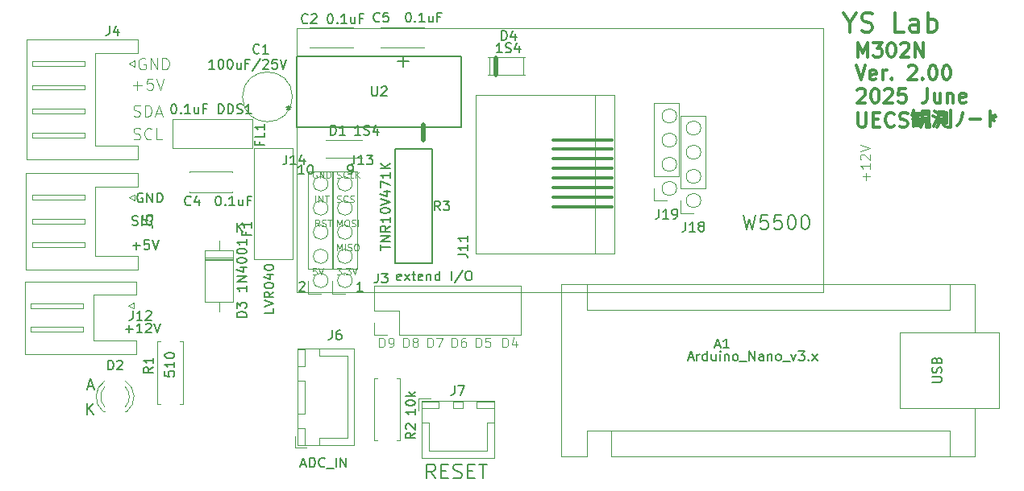
<source format=gbr>
%TF.GenerationSoftware,KiCad,Pcbnew,8.0.9-8.0.9-0~ubuntu22.04.1*%
%TF.CreationDate,2025-06-27T15:10:22+09:00*%
%TF.ProjectId,M302N,4d333032-4e2e-46b6-9963-61645f706362,2.00*%
%TF.SameCoordinates,Original*%
%TF.FileFunction,Legend,Top*%
%TF.FilePolarity,Positive*%
%FSLAX46Y46*%
G04 Gerber Fmt 4.6, Leading zero omitted, Abs format (unit mm)*
G04 Created by KiCad (PCBNEW 8.0.9-8.0.9-0~ubuntu22.04.1) date 2025-06-27 15:10:22*
%MOMM*%
%LPD*%
G01*
G04 APERTURE LIST*
%ADD10C,0.120000*%
%ADD11C,0.500000*%
%ADD12C,0.150000*%
%ADD13C,0.300000*%
%ADD14C,0.187500*%
%ADD15C,0.125000*%
%ADD16C,0.100000*%
%ADD17C,0.152400*%
G04 APERTURE END LIST*
D10*
X114235000Y-66145000D02*
X114235000Y-67920000D01*
D11*
X114935000Y-66170000D02*
X114935000Y-67945000D01*
X107315000Y-73215500D02*
X107315000Y-74866500D01*
D10*
X117835000Y-66145000D02*
X117835000Y-67920000D01*
X76818661Y-69112760D02*
X77732947Y-69112760D01*
X77275804Y-69569902D02*
X77275804Y-68655617D01*
X78875803Y-68369902D02*
X78304375Y-68369902D01*
X78304375Y-68369902D02*
X78247232Y-68941331D01*
X78247232Y-68941331D02*
X78304375Y-68884188D01*
X78304375Y-68884188D02*
X78418661Y-68827045D01*
X78418661Y-68827045D02*
X78704375Y-68827045D01*
X78704375Y-68827045D02*
X78818661Y-68884188D01*
X78818661Y-68884188D02*
X78875803Y-68941331D01*
X78875803Y-68941331D02*
X78932946Y-69055617D01*
X78932946Y-69055617D02*
X78932946Y-69341331D01*
X78932946Y-69341331D02*
X78875803Y-69455617D01*
X78875803Y-69455617D02*
X78818661Y-69512760D01*
X78818661Y-69512760D02*
X78704375Y-69569902D01*
X78704375Y-69569902D02*
X78418661Y-69569902D01*
X78418661Y-69569902D02*
X78304375Y-69512760D01*
X78304375Y-69512760D02*
X78247232Y-69455617D01*
X79275803Y-68369902D02*
X79675803Y-69569902D01*
X79675803Y-69569902D02*
X80075803Y-68369902D01*
X76888518Y-72306760D02*
X77059947Y-72363902D01*
X77059947Y-72363902D02*
X77345661Y-72363902D01*
X77345661Y-72363902D02*
X77459947Y-72306760D01*
X77459947Y-72306760D02*
X77517089Y-72249617D01*
X77517089Y-72249617D02*
X77574232Y-72135331D01*
X77574232Y-72135331D02*
X77574232Y-72021045D01*
X77574232Y-72021045D02*
X77517089Y-71906760D01*
X77517089Y-71906760D02*
X77459947Y-71849617D01*
X77459947Y-71849617D02*
X77345661Y-71792474D01*
X77345661Y-71792474D02*
X77117089Y-71735331D01*
X77117089Y-71735331D02*
X77002804Y-71678188D01*
X77002804Y-71678188D02*
X76945661Y-71621045D01*
X76945661Y-71621045D02*
X76888518Y-71506760D01*
X76888518Y-71506760D02*
X76888518Y-71392474D01*
X76888518Y-71392474D02*
X76945661Y-71278188D01*
X76945661Y-71278188D02*
X77002804Y-71221045D01*
X77002804Y-71221045D02*
X77117089Y-71163902D01*
X77117089Y-71163902D02*
X77402804Y-71163902D01*
X77402804Y-71163902D02*
X77574232Y-71221045D01*
X78088518Y-72363902D02*
X78088518Y-71163902D01*
X78088518Y-71163902D02*
X78374232Y-71163902D01*
X78374232Y-71163902D02*
X78545661Y-71221045D01*
X78545661Y-71221045D02*
X78659946Y-71335331D01*
X78659946Y-71335331D02*
X78717089Y-71449617D01*
X78717089Y-71449617D02*
X78774232Y-71678188D01*
X78774232Y-71678188D02*
X78774232Y-71849617D01*
X78774232Y-71849617D02*
X78717089Y-72078188D01*
X78717089Y-72078188D02*
X78659946Y-72192474D01*
X78659946Y-72192474D02*
X78545661Y-72306760D01*
X78545661Y-72306760D02*
X78374232Y-72363902D01*
X78374232Y-72363902D02*
X78088518Y-72363902D01*
X79231375Y-72021045D02*
X79802804Y-72021045D01*
X79117089Y-72363902D02*
X79517089Y-71163902D01*
X79517089Y-71163902D02*
X79917089Y-72363902D01*
X105219042Y-96645379D02*
X105219042Y-95645379D01*
X105219042Y-95645379D02*
X105457137Y-95645379D01*
X105457137Y-95645379D02*
X105599994Y-95692998D01*
X105599994Y-95692998D02*
X105695232Y-95788236D01*
X105695232Y-95788236D02*
X105742851Y-95883474D01*
X105742851Y-95883474D02*
X105790470Y-96073950D01*
X105790470Y-96073950D02*
X105790470Y-96216807D01*
X105790470Y-96216807D02*
X105742851Y-96407283D01*
X105742851Y-96407283D02*
X105695232Y-96502521D01*
X105695232Y-96502521D02*
X105599994Y-96597760D01*
X105599994Y-96597760D02*
X105457137Y-96645379D01*
X105457137Y-96645379D02*
X105219042Y-96645379D01*
X106361899Y-96073950D02*
X106266661Y-96026331D01*
X106266661Y-96026331D02*
X106219042Y-95978712D01*
X106219042Y-95978712D02*
X106171423Y-95883474D01*
X106171423Y-95883474D02*
X106171423Y-95835855D01*
X106171423Y-95835855D02*
X106219042Y-95740617D01*
X106219042Y-95740617D02*
X106266661Y-95692998D01*
X106266661Y-95692998D02*
X106361899Y-95645379D01*
X106361899Y-95645379D02*
X106552375Y-95645379D01*
X106552375Y-95645379D02*
X106647613Y-95692998D01*
X106647613Y-95692998D02*
X106695232Y-95740617D01*
X106695232Y-95740617D02*
X106742851Y-95835855D01*
X106742851Y-95835855D02*
X106742851Y-95883474D01*
X106742851Y-95883474D02*
X106695232Y-95978712D01*
X106695232Y-95978712D02*
X106647613Y-96026331D01*
X106647613Y-96026331D02*
X106552375Y-96073950D01*
X106552375Y-96073950D02*
X106361899Y-96073950D01*
X106361899Y-96073950D02*
X106266661Y-96121569D01*
X106266661Y-96121569D02*
X106219042Y-96169188D01*
X106219042Y-96169188D02*
X106171423Y-96264426D01*
X106171423Y-96264426D02*
X106171423Y-96454902D01*
X106171423Y-96454902D02*
X106219042Y-96550140D01*
X106219042Y-96550140D02*
X106266661Y-96597760D01*
X106266661Y-96597760D02*
X106361899Y-96645379D01*
X106361899Y-96645379D02*
X106552375Y-96645379D01*
X106552375Y-96645379D02*
X106647613Y-96597760D01*
X106647613Y-96597760D02*
X106695232Y-96550140D01*
X106695232Y-96550140D02*
X106742851Y-96454902D01*
X106742851Y-96454902D02*
X106742851Y-96264426D01*
X106742851Y-96264426D02*
X106695232Y-96169188D01*
X106695232Y-96169188D02*
X106647613Y-96121569D01*
X106647613Y-96121569D02*
X106552375Y-96073950D01*
X102679042Y-96645379D02*
X102679042Y-95645379D01*
X102679042Y-95645379D02*
X102917137Y-95645379D01*
X102917137Y-95645379D02*
X103059994Y-95692998D01*
X103059994Y-95692998D02*
X103155232Y-95788236D01*
X103155232Y-95788236D02*
X103202851Y-95883474D01*
X103202851Y-95883474D02*
X103250470Y-96073950D01*
X103250470Y-96073950D02*
X103250470Y-96216807D01*
X103250470Y-96216807D02*
X103202851Y-96407283D01*
X103202851Y-96407283D02*
X103155232Y-96502521D01*
X103155232Y-96502521D02*
X103059994Y-96597760D01*
X103059994Y-96597760D02*
X102917137Y-96645379D01*
X102917137Y-96645379D02*
X102679042Y-96645379D01*
X103726661Y-96645379D02*
X103917137Y-96645379D01*
X103917137Y-96645379D02*
X104012375Y-96597760D01*
X104012375Y-96597760D02*
X104059994Y-96550140D01*
X104059994Y-96550140D02*
X104155232Y-96407283D01*
X104155232Y-96407283D02*
X104202851Y-96216807D01*
X104202851Y-96216807D02*
X104202851Y-95835855D01*
X104202851Y-95835855D02*
X104155232Y-95740617D01*
X104155232Y-95740617D02*
X104107613Y-95692998D01*
X104107613Y-95692998D02*
X104012375Y-95645379D01*
X104012375Y-95645379D02*
X103821899Y-95645379D01*
X103821899Y-95645379D02*
X103726661Y-95692998D01*
X103726661Y-95692998D02*
X103679042Y-95740617D01*
X103679042Y-95740617D02*
X103631423Y-95835855D01*
X103631423Y-95835855D02*
X103631423Y-96073950D01*
X103631423Y-96073950D02*
X103679042Y-96169188D01*
X103679042Y-96169188D02*
X103726661Y-96216807D01*
X103726661Y-96216807D02*
X103821899Y-96264426D01*
X103821899Y-96264426D02*
X104012375Y-96264426D01*
X104012375Y-96264426D02*
X104107613Y-96216807D01*
X104107613Y-96216807D02*
X104155232Y-96169188D01*
X104155232Y-96169188D02*
X104202851Y-96073950D01*
D12*
X72012398Y-103731342D02*
X72012398Y-102531342D01*
X72698112Y-103731342D02*
X72183826Y-103045628D01*
X72698112Y-102531342D02*
X72012398Y-103217057D01*
D10*
X110299042Y-96645379D02*
X110299042Y-95645379D01*
X110299042Y-95645379D02*
X110537137Y-95645379D01*
X110537137Y-95645379D02*
X110679994Y-95692998D01*
X110679994Y-95692998D02*
X110775232Y-95788236D01*
X110775232Y-95788236D02*
X110822851Y-95883474D01*
X110822851Y-95883474D02*
X110870470Y-96073950D01*
X110870470Y-96073950D02*
X110870470Y-96216807D01*
X110870470Y-96216807D02*
X110822851Y-96407283D01*
X110822851Y-96407283D02*
X110775232Y-96502521D01*
X110775232Y-96502521D02*
X110679994Y-96597760D01*
X110679994Y-96597760D02*
X110537137Y-96645379D01*
X110537137Y-96645379D02*
X110299042Y-96645379D01*
X111727613Y-95645379D02*
X111537137Y-95645379D01*
X111537137Y-95645379D02*
X111441899Y-95692998D01*
X111441899Y-95692998D02*
X111394280Y-95740617D01*
X111394280Y-95740617D02*
X111299042Y-95883474D01*
X111299042Y-95883474D02*
X111251423Y-96073950D01*
X111251423Y-96073950D02*
X111251423Y-96454902D01*
X111251423Y-96454902D02*
X111299042Y-96550140D01*
X111299042Y-96550140D02*
X111346661Y-96597760D01*
X111346661Y-96597760D02*
X111441899Y-96645379D01*
X111441899Y-96645379D02*
X111632375Y-96645379D01*
X111632375Y-96645379D02*
X111727613Y-96597760D01*
X111727613Y-96597760D02*
X111775232Y-96550140D01*
X111775232Y-96550140D02*
X111822851Y-96454902D01*
X111822851Y-96454902D02*
X111822851Y-96216807D01*
X111822851Y-96216807D02*
X111775232Y-96121569D01*
X111775232Y-96121569D02*
X111727613Y-96073950D01*
X111727613Y-96073950D02*
X111632375Y-96026331D01*
X111632375Y-96026331D02*
X111441899Y-96026331D01*
X111441899Y-96026331D02*
X111346661Y-96073950D01*
X111346661Y-96073950D02*
X111299042Y-96121569D01*
X111299042Y-96121569D02*
X111251423Y-96216807D01*
X115633042Y-96645379D02*
X115633042Y-95645379D01*
X115633042Y-95645379D02*
X115871137Y-95645379D01*
X115871137Y-95645379D02*
X116013994Y-95692998D01*
X116013994Y-95692998D02*
X116109232Y-95788236D01*
X116109232Y-95788236D02*
X116156851Y-95883474D01*
X116156851Y-95883474D02*
X116204470Y-96073950D01*
X116204470Y-96073950D02*
X116204470Y-96216807D01*
X116204470Y-96216807D02*
X116156851Y-96407283D01*
X116156851Y-96407283D02*
X116109232Y-96502521D01*
X116109232Y-96502521D02*
X116013994Y-96597760D01*
X116013994Y-96597760D02*
X115871137Y-96645379D01*
X115871137Y-96645379D02*
X115633042Y-96645379D01*
X117061613Y-95978712D02*
X117061613Y-96645379D01*
X116823518Y-95597760D02*
X116585423Y-96312045D01*
X116585423Y-96312045D02*
X117204470Y-96312045D01*
X76888518Y-74719760D02*
X77059947Y-74776902D01*
X77059947Y-74776902D02*
X77345661Y-74776902D01*
X77345661Y-74776902D02*
X77459947Y-74719760D01*
X77459947Y-74719760D02*
X77517089Y-74662617D01*
X77517089Y-74662617D02*
X77574232Y-74548331D01*
X77574232Y-74548331D02*
X77574232Y-74434045D01*
X77574232Y-74434045D02*
X77517089Y-74319760D01*
X77517089Y-74319760D02*
X77459947Y-74262617D01*
X77459947Y-74262617D02*
X77345661Y-74205474D01*
X77345661Y-74205474D02*
X77117089Y-74148331D01*
X77117089Y-74148331D02*
X77002804Y-74091188D01*
X77002804Y-74091188D02*
X76945661Y-74034045D01*
X76945661Y-74034045D02*
X76888518Y-73919760D01*
X76888518Y-73919760D02*
X76888518Y-73805474D01*
X76888518Y-73805474D02*
X76945661Y-73691188D01*
X76945661Y-73691188D02*
X77002804Y-73634045D01*
X77002804Y-73634045D02*
X77117089Y-73576902D01*
X77117089Y-73576902D02*
X77402804Y-73576902D01*
X77402804Y-73576902D02*
X77574232Y-73634045D01*
X78774232Y-74662617D02*
X78717089Y-74719760D01*
X78717089Y-74719760D02*
X78545661Y-74776902D01*
X78545661Y-74776902D02*
X78431375Y-74776902D01*
X78431375Y-74776902D02*
X78259946Y-74719760D01*
X78259946Y-74719760D02*
X78145661Y-74605474D01*
X78145661Y-74605474D02*
X78088518Y-74491188D01*
X78088518Y-74491188D02*
X78031375Y-74262617D01*
X78031375Y-74262617D02*
X78031375Y-74091188D01*
X78031375Y-74091188D02*
X78088518Y-73862617D01*
X78088518Y-73862617D02*
X78145661Y-73748331D01*
X78145661Y-73748331D02*
X78259946Y-73634045D01*
X78259946Y-73634045D02*
X78431375Y-73576902D01*
X78431375Y-73576902D02*
X78545661Y-73576902D01*
X78545661Y-73576902D02*
X78717089Y-73634045D01*
X78717089Y-73634045D02*
X78774232Y-73691188D01*
X79859946Y-74776902D02*
X79288518Y-74776902D01*
X79288518Y-74776902D02*
X79288518Y-73576902D01*
D13*
X152954510Y-71960828D02*
X152954510Y-73175114D01*
X152954510Y-73175114D02*
X153025939Y-73317971D01*
X153025939Y-73317971D02*
X153097368Y-73389400D01*
X153097368Y-73389400D02*
X153240225Y-73460828D01*
X153240225Y-73460828D02*
X153525939Y-73460828D01*
X153525939Y-73460828D02*
X153668796Y-73389400D01*
X153668796Y-73389400D02*
X153740225Y-73317971D01*
X153740225Y-73317971D02*
X153811653Y-73175114D01*
X153811653Y-73175114D02*
X153811653Y-71960828D01*
X154525939Y-72675114D02*
X155025939Y-72675114D01*
X155240225Y-73460828D02*
X154525939Y-73460828D01*
X154525939Y-73460828D02*
X154525939Y-71960828D01*
X154525939Y-71960828D02*
X155240225Y-71960828D01*
X156740225Y-73317971D02*
X156668797Y-73389400D01*
X156668797Y-73389400D02*
X156454511Y-73460828D01*
X156454511Y-73460828D02*
X156311654Y-73460828D01*
X156311654Y-73460828D02*
X156097368Y-73389400D01*
X156097368Y-73389400D02*
X155954511Y-73246542D01*
X155954511Y-73246542D02*
X155883082Y-73103685D01*
X155883082Y-73103685D02*
X155811654Y-72817971D01*
X155811654Y-72817971D02*
X155811654Y-72603685D01*
X155811654Y-72603685D02*
X155883082Y-72317971D01*
X155883082Y-72317971D02*
X155954511Y-72175114D01*
X155954511Y-72175114D02*
X156097368Y-72032257D01*
X156097368Y-72032257D02*
X156311654Y-71960828D01*
X156311654Y-71960828D02*
X156454511Y-71960828D01*
X156454511Y-71960828D02*
X156668797Y-72032257D01*
X156668797Y-72032257D02*
X156740225Y-72103685D01*
X157311654Y-73389400D02*
X157525940Y-73460828D01*
X157525940Y-73460828D02*
X157883082Y-73460828D01*
X157883082Y-73460828D02*
X158025940Y-73389400D01*
X158025940Y-73389400D02*
X158097368Y-73317971D01*
X158097368Y-73317971D02*
X158168797Y-73175114D01*
X158168797Y-73175114D02*
X158168797Y-73032257D01*
X158168797Y-73032257D02*
X158097368Y-72889400D01*
X158097368Y-72889400D02*
X158025940Y-72817971D01*
X158025940Y-72817971D02*
X157883082Y-72746542D01*
X157883082Y-72746542D02*
X157597368Y-72675114D01*
X157597368Y-72675114D02*
X157454511Y-72603685D01*
X157454511Y-72603685D02*
X157383082Y-72532257D01*
X157383082Y-72532257D02*
X157311654Y-72389400D01*
X157311654Y-72389400D02*
X157311654Y-72246542D01*
X157311654Y-72246542D02*
X157383082Y-72103685D01*
X157383082Y-72103685D02*
X157454511Y-72032257D01*
X157454511Y-72032257D02*
X157597368Y-71960828D01*
X157597368Y-71960828D02*
X157954511Y-71960828D01*
X157954511Y-71960828D02*
X158168797Y-72032257D01*
X158740225Y-72032257D02*
X159454511Y-72032257D01*
X159668796Y-72175114D02*
X160383082Y-72175114D01*
X158597368Y-72246542D02*
X159525939Y-72246542D01*
X159668796Y-72532257D02*
X160383082Y-72532257D01*
X158740225Y-72603685D02*
X159454511Y-72603685D01*
X158811653Y-72817971D02*
X159454511Y-72817971D01*
X159668796Y-72889400D02*
X160383082Y-72889400D01*
X158811653Y-73032257D02*
X159454511Y-73032257D01*
X158811653Y-73317971D02*
X159525939Y-73317971D01*
X160097368Y-73460828D02*
X160454511Y-73460828D01*
X158811653Y-72460828D02*
X158811653Y-73389400D01*
X159168796Y-72460828D02*
X159168796Y-73317971D01*
X159668796Y-71817971D02*
X159668796Y-72817971D01*
X160168796Y-72889400D02*
X160168796Y-73460828D01*
X159668796Y-71817971D02*
X160383082Y-71817971D01*
X160383082Y-71817971D02*
X160383082Y-72817971D01*
X160454511Y-73175114D02*
X160454511Y-73460828D01*
X158811653Y-71746542D02*
X158668796Y-72175114D01*
X159025939Y-72032257D02*
X158668796Y-72603685D01*
X159811653Y-72889400D02*
X159740225Y-73175114D01*
X159740225Y-73175114D02*
X159525939Y-73460828D01*
X161383082Y-72246542D02*
X161954511Y-72246542D01*
X161383082Y-72603685D02*
X161954511Y-72603685D01*
X161383082Y-72960828D02*
X161954511Y-72960828D01*
X162311654Y-73460828D02*
X162668797Y-73460828D01*
X161383082Y-71889400D02*
X161383082Y-72960828D01*
X161383082Y-71889400D02*
X161954511Y-71889400D01*
X161954511Y-71889400D02*
X161954511Y-72960828D01*
X162240225Y-71960828D02*
X162240225Y-73032257D01*
X162668797Y-71746542D02*
X162668797Y-73460828D01*
X161811654Y-73103685D02*
X162097368Y-73389400D01*
X161525939Y-73103685D02*
X161240225Y-73460828D01*
X160954511Y-71817971D02*
X161240225Y-71960828D01*
X160811654Y-72317971D02*
X161168797Y-72460828D01*
X161168797Y-72817971D02*
X160883082Y-73389400D01*
X163954511Y-71960828D02*
X163883083Y-72389400D01*
X163883083Y-72389400D02*
X163811654Y-72746542D01*
X163811654Y-72746542D02*
X163597368Y-73032257D01*
X163597368Y-73032257D02*
X163311654Y-73317971D01*
X164668797Y-72675114D02*
X165811654Y-72675114D01*
X167097369Y-72317971D02*
X167240226Y-72460828D01*
X167311655Y-72246542D02*
X167454512Y-72389400D01*
X166811655Y-71817971D02*
X166811655Y-73389400D01*
X166811655Y-72460828D02*
X167240226Y-72817971D01*
X152954510Y-66090996D02*
X152954510Y-64590996D01*
X152954510Y-64590996D02*
X153454510Y-65662425D01*
X153454510Y-65662425D02*
X153954510Y-64590996D01*
X153954510Y-64590996D02*
X153954510Y-66090996D01*
X154525939Y-64590996D02*
X155454511Y-64590996D01*
X155454511Y-64590996D02*
X154954511Y-65162425D01*
X154954511Y-65162425D02*
X155168796Y-65162425D01*
X155168796Y-65162425D02*
X155311654Y-65233853D01*
X155311654Y-65233853D02*
X155383082Y-65305282D01*
X155383082Y-65305282D02*
X155454511Y-65448139D01*
X155454511Y-65448139D02*
X155454511Y-65805282D01*
X155454511Y-65805282D02*
X155383082Y-65948139D01*
X155383082Y-65948139D02*
X155311654Y-66019568D01*
X155311654Y-66019568D02*
X155168796Y-66090996D01*
X155168796Y-66090996D02*
X154740225Y-66090996D01*
X154740225Y-66090996D02*
X154597368Y-66019568D01*
X154597368Y-66019568D02*
X154525939Y-65948139D01*
X156383082Y-64590996D02*
X156525939Y-64590996D01*
X156525939Y-64590996D02*
X156668796Y-64662425D01*
X156668796Y-64662425D02*
X156740225Y-64733853D01*
X156740225Y-64733853D02*
X156811653Y-64876710D01*
X156811653Y-64876710D02*
X156883082Y-65162425D01*
X156883082Y-65162425D02*
X156883082Y-65519568D01*
X156883082Y-65519568D02*
X156811653Y-65805282D01*
X156811653Y-65805282D02*
X156740225Y-65948139D01*
X156740225Y-65948139D02*
X156668796Y-66019568D01*
X156668796Y-66019568D02*
X156525939Y-66090996D01*
X156525939Y-66090996D02*
X156383082Y-66090996D01*
X156383082Y-66090996D02*
X156240225Y-66019568D01*
X156240225Y-66019568D02*
X156168796Y-65948139D01*
X156168796Y-65948139D02*
X156097367Y-65805282D01*
X156097367Y-65805282D02*
X156025939Y-65519568D01*
X156025939Y-65519568D02*
X156025939Y-65162425D01*
X156025939Y-65162425D02*
X156097367Y-64876710D01*
X156097367Y-64876710D02*
X156168796Y-64733853D01*
X156168796Y-64733853D02*
X156240225Y-64662425D01*
X156240225Y-64662425D02*
X156383082Y-64590996D01*
X157454510Y-64733853D02*
X157525938Y-64662425D01*
X157525938Y-64662425D02*
X157668796Y-64590996D01*
X157668796Y-64590996D02*
X158025938Y-64590996D01*
X158025938Y-64590996D02*
X158168796Y-64662425D01*
X158168796Y-64662425D02*
X158240224Y-64733853D01*
X158240224Y-64733853D02*
X158311653Y-64876710D01*
X158311653Y-64876710D02*
X158311653Y-65019568D01*
X158311653Y-65019568D02*
X158240224Y-65233853D01*
X158240224Y-65233853D02*
X157383081Y-66090996D01*
X157383081Y-66090996D02*
X158311653Y-66090996D01*
X158954509Y-66090996D02*
X158954509Y-64590996D01*
X158954509Y-64590996D02*
X159811652Y-66090996D01*
X159811652Y-66090996D02*
X159811652Y-64590996D01*
X152740225Y-67005912D02*
X153240225Y-68505912D01*
X153240225Y-68505912D02*
X153740225Y-67005912D01*
X154811653Y-68434484D02*
X154668796Y-68505912D01*
X154668796Y-68505912D02*
X154383082Y-68505912D01*
X154383082Y-68505912D02*
X154240224Y-68434484D01*
X154240224Y-68434484D02*
X154168796Y-68291626D01*
X154168796Y-68291626D02*
X154168796Y-67720198D01*
X154168796Y-67720198D02*
X154240224Y-67577341D01*
X154240224Y-67577341D02*
X154383082Y-67505912D01*
X154383082Y-67505912D02*
X154668796Y-67505912D01*
X154668796Y-67505912D02*
X154811653Y-67577341D01*
X154811653Y-67577341D02*
X154883082Y-67720198D01*
X154883082Y-67720198D02*
X154883082Y-67863055D01*
X154883082Y-67863055D02*
X154168796Y-68005912D01*
X155525938Y-68505912D02*
X155525938Y-67505912D01*
X155525938Y-67791626D02*
X155597367Y-67648769D01*
X155597367Y-67648769D02*
X155668796Y-67577341D01*
X155668796Y-67577341D02*
X155811653Y-67505912D01*
X155811653Y-67505912D02*
X155954510Y-67505912D01*
X156454509Y-68363055D02*
X156525938Y-68434484D01*
X156525938Y-68434484D02*
X156454509Y-68505912D01*
X156454509Y-68505912D02*
X156383081Y-68434484D01*
X156383081Y-68434484D02*
X156454509Y-68363055D01*
X156454509Y-68363055D02*
X156454509Y-68505912D01*
X158240224Y-67148769D02*
X158311652Y-67077341D01*
X158311652Y-67077341D02*
X158454510Y-67005912D01*
X158454510Y-67005912D02*
X158811652Y-67005912D01*
X158811652Y-67005912D02*
X158954510Y-67077341D01*
X158954510Y-67077341D02*
X159025938Y-67148769D01*
X159025938Y-67148769D02*
X159097367Y-67291626D01*
X159097367Y-67291626D02*
X159097367Y-67434484D01*
X159097367Y-67434484D02*
X159025938Y-67648769D01*
X159025938Y-67648769D02*
X158168795Y-68505912D01*
X158168795Y-68505912D02*
X159097367Y-68505912D01*
X159740223Y-68363055D02*
X159811652Y-68434484D01*
X159811652Y-68434484D02*
X159740223Y-68505912D01*
X159740223Y-68505912D02*
X159668795Y-68434484D01*
X159668795Y-68434484D02*
X159740223Y-68363055D01*
X159740223Y-68363055D02*
X159740223Y-68505912D01*
X160740224Y-67005912D02*
X160883081Y-67005912D01*
X160883081Y-67005912D02*
X161025938Y-67077341D01*
X161025938Y-67077341D02*
X161097367Y-67148769D01*
X161097367Y-67148769D02*
X161168795Y-67291626D01*
X161168795Y-67291626D02*
X161240224Y-67577341D01*
X161240224Y-67577341D02*
X161240224Y-67934484D01*
X161240224Y-67934484D02*
X161168795Y-68220198D01*
X161168795Y-68220198D02*
X161097367Y-68363055D01*
X161097367Y-68363055D02*
X161025938Y-68434484D01*
X161025938Y-68434484D02*
X160883081Y-68505912D01*
X160883081Y-68505912D02*
X160740224Y-68505912D01*
X160740224Y-68505912D02*
X160597367Y-68434484D01*
X160597367Y-68434484D02*
X160525938Y-68363055D01*
X160525938Y-68363055D02*
X160454509Y-68220198D01*
X160454509Y-68220198D02*
X160383081Y-67934484D01*
X160383081Y-67934484D02*
X160383081Y-67577341D01*
X160383081Y-67577341D02*
X160454509Y-67291626D01*
X160454509Y-67291626D02*
X160525938Y-67148769D01*
X160525938Y-67148769D02*
X160597367Y-67077341D01*
X160597367Y-67077341D02*
X160740224Y-67005912D01*
X162168795Y-67005912D02*
X162311652Y-67005912D01*
X162311652Y-67005912D02*
X162454509Y-67077341D01*
X162454509Y-67077341D02*
X162525938Y-67148769D01*
X162525938Y-67148769D02*
X162597366Y-67291626D01*
X162597366Y-67291626D02*
X162668795Y-67577341D01*
X162668795Y-67577341D02*
X162668795Y-67934484D01*
X162668795Y-67934484D02*
X162597366Y-68220198D01*
X162597366Y-68220198D02*
X162525938Y-68363055D01*
X162525938Y-68363055D02*
X162454509Y-68434484D01*
X162454509Y-68434484D02*
X162311652Y-68505912D01*
X162311652Y-68505912D02*
X162168795Y-68505912D01*
X162168795Y-68505912D02*
X162025938Y-68434484D01*
X162025938Y-68434484D02*
X161954509Y-68363055D01*
X161954509Y-68363055D02*
X161883080Y-68220198D01*
X161883080Y-68220198D02*
X161811652Y-67934484D01*
X161811652Y-67934484D02*
X161811652Y-67577341D01*
X161811652Y-67577341D02*
X161883080Y-67291626D01*
X161883080Y-67291626D02*
X161954509Y-67148769D01*
X161954509Y-67148769D02*
X162025938Y-67077341D01*
X162025938Y-67077341D02*
X162168795Y-67005912D01*
X152883082Y-69563685D02*
X152954510Y-69492257D01*
X152954510Y-69492257D02*
X153097368Y-69420828D01*
X153097368Y-69420828D02*
X153454510Y-69420828D01*
X153454510Y-69420828D02*
X153597368Y-69492257D01*
X153597368Y-69492257D02*
X153668796Y-69563685D01*
X153668796Y-69563685D02*
X153740225Y-69706542D01*
X153740225Y-69706542D02*
X153740225Y-69849400D01*
X153740225Y-69849400D02*
X153668796Y-70063685D01*
X153668796Y-70063685D02*
X152811653Y-70920828D01*
X152811653Y-70920828D02*
X153740225Y-70920828D01*
X154668796Y-69420828D02*
X154811653Y-69420828D01*
X154811653Y-69420828D02*
X154954510Y-69492257D01*
X154954510Y-69492257D02*
X155025939Y-69563685D01*
X155025939Y-69563685D02*
X155097367Y-69706542D01*
X155097367Y-69706542D02*
X155168796Y-69992257D01*
X155168796Y-69992257D02*
X155168796Y-70349400D01*
X155168796Y-70349400D02*
X155097367Y-70635114D01*
X155097367Y-70635114D02*
X155025939Y-70777971D01*
X155025939Y-70777971D02*
X154954510Y-70849400D01*
X154954510Y-70849400D02*
X154811653Y-70920828D01*
X154811653Y-70920828D02*
X154668796Y-70920828D01*
X154668796Y-70920828D02*
X154525939Y-70849400D01*
X154525939Y-70849400D02*
X154454510Y-70777971D01*
X154454510Y-70777971D02*
X154383081Y-70635114D01*
X154383081Y-70635114D02*
X154311653Y-70349400D01*
X154311653Y-70349400D02*
X154311653Y-69992257D01*
X154311653Y-69992257D02*
X154383081Y-69706542D01*
X154383081Y-69706542D02*
X154454510Y-69563685D01*
X154454510Y-69563685D02*
X154525939Y-69492257D01*
X154525939Y-69492257D02*
X154668796Y-69420828D01*
X155740224Y-69563685D02*
X155811652Y-69492257D01*
X155811652Y-69492257D02*
X155954510Y-69420828D01*
X155954510Y-69420828D02*
X156311652Y-69420828D01*
X156311652Y-69420828D02*
X156454510Y-69492257D01*
X156454510Y-69492257D02*
X156525938Y-69563685D01*
X156525938Y-69563685D02*
X156597367Y-69706542D01*
X156597367Y-69706542D02*
X156597367Y-69849400D01*
X156597367Y-69849400D02*
X156525938Y-70063685D01*
X156525938Y-70063685D02*
X155668795Y-70920828D01*
X155668795Y-70920828D02*
X156597367Y-70920828D01*
X157954509Y-69420828D02*
X157240223Y-69420828D01*
X157240223Y-69420828D02*
X157168795Y-70135114D01*
X157168795Y-70135114D02*
X157240223Y-70063685D01*
X157240223Y-70063685D02*
X157383081Y-69992257D01*
X157383081Y-69992257D02*
X157740223Y-69992257D01*
X157740223Y-69992257D02*
X157883081Y-70063685D01*
X157883081Y-70063685D02*
X157954509Y-70135114D01*
X157954509Y-70135114D02*
X158025938Y-70277971D01*
X158025938Y-70277971D02*
X158025938Y-70635114D01*
X158025938Y-70635114D02*
X157954509Y-70777971D01*
X157954509Y-70777971D02*
X157883081Y-70849400D01*
X157883081Y-70849400D02*
X157740223Y-70920828D01*
X157740223Y-70920828D02*
X157383081Y-70920828D01*
X157383081Y-70920828D02*
X157240223Y-70849400D01*
X157240223Y-70849400D02*
X157168795Y-70777971D01*
X160240223Y-69420828D02*
X160240223Y-70492257D01*
X160240223Y-70492257D02*
X160168794Y-70706542D01*
X160168794Y-70706542D02*
X160025937Y-70849400D01*
X160025937Y-70849400D02*
X159811651Y-70920828D01*
X159811651Y-70920828D02*
X159668794Y-70920828D01*
X161597366Y-69920828D02*
X161597366Y-70920828D01*
X160954508Y-69920828D02*
X160954508Y-70706542D01*
X160954508Y-70706542D02*
X161025937Y-70849400D01*
X161025937Y-70849400D02*
X161168794Y-70920828D01*
X161168794Y-70920828D02*
X161383080Y-70920828D01*
X161383080Y-70920828D02*
X161525937Y-70849400D01*
X161525937Y-70849400D02*
X161597366Y-70777971D01*
X162311651Y-69920828D02*
X162311651Y-70920828D01*
X162311651Y-70063685D02*
X162383080Y-69992257D01*
X162383080Y-69992257D02*
X162525937Y-69920828D01*
X162525937Y-69920828D02*
X162740223Y-69920828D01*
X162740223Y-69920828D02*
X162883080Y-69992257D01*
X162883080Y-69992257D02*
X162954509Y-70135114D01*
X162954509Y-70135114D02*
X162954509Y-70920828D01*
X164240223Y-70849400D02*
X164097366Y-70920828D01*
X164097366Y-70920828D02*
X163811652Y-70920828D01*
X163811652Y-70920828D02*
X163668794Y-70849400D01*
X163668794Y-70849400D02*
X163597366Y-70706542D01*
X163597366Y-70706542D02*
X163597366Y-70135114D01*
X163597366Y-70135114D02*
X163668794Y-69992257D01*
X163668794Y-69992257D02*
X163811652Y-69920828D01*
X163811652Y-69920828D02*
X164097366Y-69920828D01*
X164097366Y-69920828D02*
X164240223Y-69992257D01*
X164240223Y-69992257D02*
X164311652Y-70135114D01*
X164311652Y-70135114D02*
X164311652Y-70277971D01*
X164311652Y-70277971D02*
X163597366Y-70420828D01*
D12*
X76790779Y-85975866D02*
X77552684Y-85975866D01*
X77171731Y-86356819D02*
X77171731Y-85594914D01*
X78505064Y-85356819D02*
X78028874Y-85356819D01*
X78028874Y-85356819D02*
X77981255Y-85833009D01*
X77981255Y-85833009D02*
X78028874Y-85785390D01*
X78028874Y-85785390D02*
X78124112Y-85737771D01*
X78124112Y-85737771D02*
X78362207Y-85737771D01*
X78362207Y-85737771D02*
X78457445Y-85785390D01*
X78457445Y-85785390D02*
X78505064Y-85833009D01*
X78505064Y-85833009D02*
X78552683Y-85928247D01*
X78552683Y-85928247D02*
X78552683Y-86166342D01*
X78552683Y-86166342D02*
X78505064Y-86261580D01*
X78505064Y-86261580D02*
X78457445Y-86309200D01*
X78457445Y-86309200D02*
X78362207Y-86356819D01*
X78362207Y-86356819D02*
X78124112Y-86356819D01*
X78124112Y-86356819D02*
X78028874Y-86309200D01*
X78028874Y-86309200D02*
X77981255Y-86261580D01*
X78838398Y-85356819D02*
X79171731Y-86356819D01*
X79171731Y-86356819D02*
X79505064Y-85356819D01*
D10*
X107759042Y-96645379D02*
X107759042Y-95645379D01*
X107759042Y-95645379D02*
X107997137Y-95645379D01*
X107997137Y-95645379D02*
X108139994Y-95692998D01*
X108139994Y-95692998D02*
X108235232Y-95788236D01*
X108235232Y-95788236D02*
X108282851Y-95883474D01*
X108282851Y-95883474D02*
X108330470Y-96073950D01*
X108330470Y-96073950D02*
X108330470Y-96216807D01*
X108330470Y-96216807D02*
X108282851Y-96407283D01*
X108282851Y-96407283D02*
X108235232Y-96502521D01*
X108235232Y-96502521D02*
X108139994Y-96597760D01*
X108139994Y-96597760D02*
X107997137Y-96645379D01*
X107997137Y-96645379D02*
X107759042Y-96645379D01*
X108663804Y-95645379D02*
X109330470Y-95645379D01*
X109330470Y-95645379D02*
X108901899Y-96645379D01*
D14*
X104620497Y-66545250D02*
X105763355Y-66545250D01*
X105191926Y-67116678D02*
X105191926Y-65973821D01*
D15*
X153795166Y-79054668D02*
X153795166Y-78292764D01*
X154176119Y-78673716D02*
X153414214Y-78673716D01*
X154176119Y-77292764D02*
X154176119Y-77864192D01*
X154176119Y-77578478D02*
X153176119Y-77578478D01*
X153176119Y-77578478D02*
X153318976Y-77673716D01*
X153318976Y-77673716D02*
X153414214Y-77768954D01*
X153414214Y-77768954D02*
X153461833Y-77864192D01*
X153271357Y-76911811D02*
X153223738Y-76864192D01*
X153223738Y-76864192D02*
X153176119Y-76768954D01*
X153176119Y-76768954D02*
X153176119Y-76530859D01*
X153176119Y-76530859D02*
X153223738Y-76435621D01*
X153223738Y-76435621D02*
X153271357Y-76388002D01*
X153271357Y-76388002D02*
X153366595Y-76340383D01*
X153366595Y-76340383D02*
X153461833Y-76340383D01*
X153461833Y-76340383D02*
X153604690Y-76388002D01*
X153604690Y-76388002D02*
X154176119Y-76959430D01*
X154176119Y-76959430D02*
X154176119Y-76340383D01*
X153176119Y-76054668D02*
X154176119Y-75721335D01*
X154176119Y-75721335D02*
X153176119Y-75388002D01*
D12*
X76743160Y-83769200D02*
X76886017Y-83816819D01*
X76886017Y-83816819D02*
X77124112Y-83816819D01*
X77124112Y-83816819D02*
X77219350Y-83769200D01*
X77219350Y-83769200D02*
X77266969Y-83721580D01*
X77266969Y-83721580D02*
X77314588Y-83626342D01*
X77314588Y-83626342D02*
X77314588Y-83531104D01*
X77314588Y-83531104D02*
X77266969Y-83435866D01*
X77266969Y-83435866D02*
X77219350Y-83388247D01*
X77219350Y-83388247D02*
X77124112Y-83340628D01*
X77124112Y-83340628D02*
X76933636Y-83293009D01*
X76933636Y-83293009D02*
X76838398Y-83245390D01*
X76838398Y-83245390D02*
X76790779Y-83197771D01*
X76790779Y-83197771D02*
X76743160Y-83102533D01*
X76743160Y-83102533D02*
X76743160Y-83007295D01*
X76743160Y-83007295D02*
X76790779Y-82912057D01*
X76790779Y-82912057D02*
X76838398Y-82864438D01*
X76838398Y-82864438D02*
X76933636Y-82816819D01*
X76933636Y-82816819D02*
X77171731Y-82816819D01*
X77171731Y-82816819D02*
X77314588Y-82864438D01*
X77743160Y-83816819D02*
X77743160Y-82816819D01*
X78743159Y-82864438D02*
X78647921Y-82816819D01*
X78647921Y-82816819D02*
X78505064Y-82816819D01*
X78505064Y-82816819D02*
X78362207Y-82864438D01*
X78362207Y-82864438D02*
X78266969Y-82959676D01*
X78266969Y-82959676D02*
X78219350Y-83054914D01*
X78219350Y-83054914D02*
X78171731Y-83245390D01*
X78171731Y-83245390D02*
X78171731Y-83388247D01*
X78171731Y-83388247D02*
X78219350Y-83578723D01*
X78219350Y-83578723D02*
X78266969Y-83673961D01*
X78266969Y-83673961D02*
X78362207Y-83769200D01*
X78362207Y-83769200D02*
X78505064Y-83816819D01*
X78505064Y-83816819D02*
X78600302Y-83816819D01*
X78600302Y-83816819D02*
X78743159Y-83769200D01*
X78743159Y-83769200D02*
X78790778Y-83721580D01*
X78790778Y-83721580D02*
X78790778Y-83388247D01*
X78790778Y-83388247D02*
X78600302Y-83388247D01*
X72082255Y-100721485D02*
X72653684Y-100721485D01*
X71967969Y-101064342D02*
X72367969Y-99864342D01*
X72367969Y-99864342D02*
X72767969Y-101064342D01*
D10*
X112839042Y-96645379D02*
X112839042Y-95645379D01*
X112839042Y-95645379D02*
X113077137Y-95645379D01*
X113077137Y-95645379D02*
X113219994Y-95692998D01*
X113219994Y-95692998D02*
X113315232Y-95788236D01*
X113315232Y-95788236D02*
X113362851Y-95883474D01*
X113362851Y-95883474D02*
X113410470Y-96073950D01*
X113410470Y-96073950D02*
X113410470Y-96216807D01*
X113410470Y-96216807D02*
X113362851Y-96407283D01*
X113362851Y-96407283D02*
X113315232Y-96502521D01*
X113315232Y-96502521D02*
X113219994Y-96597760D01*
X113219994Y-96597760D02*
X113077137Y-96645379D01*
X113077137Y-96645379D02*
X112839042Y-96645379D01*
X114315232Y-95645379D02*
X113839042Y-95645379D01*
X113839042Y-95645379D02*
X113791423Y-96121569D01*
X113791423Y-96121569D02*
X113839042Y-96073950D01*
X113839042Y-96073950D02*
X113934280Y-96026331D01*
X113934280Y-96026331D02*
X114172375Y-96026331D01*
X114172375Y-96026331D02*
X114267613Y-96073950D01*
X114267613Y-96073950D02*
X114315232Y-96121569D01*
X114315232Y-96121569D02*
X114362851Y-96216807D01*
X114362851Y-96216807D02*
X114362851Y-96454902D01*
X114362851Y-96454902D02*
X114315232Y-96550140D01*
X114315232Y-96550140D02*
X114267613Y-96597760D01*
X114267613Y-96597760D02*
X114172375Y-96645379D01*
X114172375Y-96645379D02*
X113934280Y-96645379D01*
X113934280Y-96645379D02*
X113839042Y-96597760D01*
X113839042Y-96597760D02*
X113791423Y-96550140D01*
D13*
X152079510Y-62512257D02*
X152079510Y-63464638D01*
X151412844Y-61464638D02*
X152079510Y-62512257D01*
X152079510Y-62512257D02*
X152746177Y-61464638D01*
X153317606Y-63369400D02*
X153603320Y-63464638D01*
X153603320Y-63464638D02*
X154079511Y-63464638D01*
X154079511Y-63464638D02*
X154269987Y-63369400D01*
X154269987Y-63369400D02*
X154365225Y-63274161D01*
X154365225Y-63274161D02*
X154460463Y-63083685D01*
X154460463Y-63083685D02*
X154460463Y-62893209D01*
X154460463Y-62893209D02*
X154365225Y-62702733D01*
X154365225Y-62702733D02*
X154269987Y-62607495D01*
X154269987Y-62607495D02*
X154079511Y-62512257D01*
X154079511Y-62512257D02*
X153698558Y-62417019D01*
X153698558Y-62417019D02*
X153508082Y-62321780D01*
X153508082Y-62321780D02*
X153412844Y-62226542D01*
X153412844Y-62226542D02*
X153317606Y-62036066D01*
X153317606Y-62036066D02*
X153317606Y-61845590D01*
X153317606Y-61845590D02*
X153412844Y-61655114D01*
X153412844Y-61655114D02*
X153508082Y-61559876D01*
X153508082Y-61559876D02*
X153698558Y-61464638D01*
X153698558Y-61464638D02*
X154174749Y-61464638D01*
X154174749Y-61464638D02*
X154460463Y-61559876D01*
X157793797Y-63464638D02*
X156841416Y-63464638D01*
X156841416Y-63464638D02*
X156841416Y-61464638D01*
X159317607Y-63464638D02*
X159317607Y-62417019D01*
X159317607Y-62417019D02*
X159222369Y-62226542D01*
X159222369Y-62226542D02*
X159031893Y-62131304D01*
X159031893Y-62131304D02*
X158650940Y-62131304D01*
X158650940Y-62131304D02*
X158460464Y-62226542D01*
X159317607Y-63369400D02*
X159127131Y-63464638D01*
X159127131Y-63464638D02*
X158650940Y-63464638D01*
X158650940Y-63464638D02*
X158460464Y-63369400D01*
X158460464Y-63369400D02*
X158365226Y-63178923D01*
X158365226Y-63178923D02*
X158365226Y-62988447D01*
X158365226Y-62988447D02*
X158460464Y-62797971D01*
X158460464Y-62797971D02*
X158650940Y-62702733D01*
X158650940Y-62702733D02*
X159127131Y-62702733D01*
X159127131Y-62702733D02*
X159317607Y-62607495D01*
X160269988Y-63464638D02*
X160269988Y-61464638D01*
X160269988Y-62226542D02*
X160460464Y-62131304D01*
X160460464Y-62131304D02*
X160841417Y-62131304D01*
X160841417Y-62131304D02*
X161031893Y-62226542D01*
X161031893Y-62226542D02*
X161127131Y-62321780D01*
X161127131Y-62321780D02*
X161222369Y-62512257D01*
X161222369Y-62512257D02*
X161222369Y-63083685D01*
X161222369Y-63083685D02*
X161127131Y-63274161D01*
X161127131Y-63274161D02*
X161031893Y-63369400D01*
X161031893Y-63369400D02*
X160841417Y-63464638D01*
X160841417Y-63464638D02*
X160460464Y-63464638D01*
X160460464Y-63464638D02*
X160269988Y-63369400D01*
D10*
X78082232Y-66268045D02*
X77967947Y-66210902D01*
X77967947Y-66210902D02*
X77796518Y-66210902D01*
X77796518Y-66210902D02*
X77625089Y-66268045D01*
X77625089Y-66268045D02*
X77510804Y-66382331D01*
X77510804Y-66382331D02*
X77453661Y-66496617D01*
X77453661Y-66496617D02*
X77396518Y-66725188D01*
X77396518Y-66725188D02*
X77396518Y-66896617D01*
X77396518Y-66896617D02*
X77453661Y-67125188D01*
X77453661Y-67125188D02*
X77510804Y-67239474D01*
X77510804Y-67239474D02*
X77625089Y-67353760D01*
X77625089Y-67353760D02*
X77796518Y-67410902D01*
X77796518Y-67410902D02*
X77910804Y-67410902D01*
X77910804Y-67410902D02*
X78082232Y-67353760D01*
X78082232Y-67353760D02*
X78139375Y-67296617D01*
X78139375Y-67296617D02*
X78139375Y-66896617D01*
X78139375Y-66896617D02*
X77910804Y-66896617D01*
X78653661Y-67410902D02*
X78653661Y-66210902D01*
X78653661Y-66210902D02*
X79339375Y-67410902D01*
X79339375Y-67410902D02*
X79339375Y-66210902D01*
X79910804Y-67410902D02*
X79910804Y-66210902D01*
X79910804Y-66210902D02*
X80196518Y-66210902D01*
X80196518Y-66210902D02*
X80367947Y-66268045D01*
X80367947Y-66268045D02*
X80482232Y-66382331D01*
X80482232Y-66382331D02*
X80539375Y-66496617D01*
X80539375Y-66496617D02*
X80596518Y-66725188D01*
X80596518Y-66725188D02*
X80596518Y-66896617D01*
X80596518Y-66896617D02*
X80539375Y-67125188D01*
X80539375Y-67125188D02*
X80482232Y-67239474D01*
X80482232Y-67239474D02*
X80367947Y-67353760D01*
X80367947Y-67353760D02*
X80196518Y-67410902D01*
X80196518Y-67410902D02*
X79910804Y-67410902D01*
D12*
X77822588Y-80451438D02*
X77727350Y-80403819D01*
X77727350Y-80403819D02*
X77584493Y-80403819D01*
X77584493Y-80403819D02*
X77441636Y-80451438D01*
X77441636Y-80451438D02*
X77346398Y-80546676D01*
X77346398Y-80546676D02*
X77298779Y-80641914D01*
X77298779Y-80641914D02*
X77251160Y-80832390D01*
X77251160Y-80832390D02*
X77251160Y-80975247D01*
X77251160Y-80975247D02*
X77298779Y-81165723D01*
X77298779Y-81165723D02*
X77346398Y-81260961D01*
X77346398Y-81260961D02*
X77441636Y-81356200D01*
X77441636Y-81356200D02*
X77584493Y-81403819D01*
X77584493Y-81403819D02*
X77679731Y-81403819D01*
X77679731Y-81403819D02*
X77822588Y-81356200D01*
X77822588Y-81356200D02*
X77870207Y-81308580D01*
X77870207Y-81308580D02*
X77870207Y-80975247D01*
X77870207Y-80975247D02*
X77679731Y-80975247D01*
X78298779Y-81403819D02*
X78298779Y-80403819D01*
X78298779Y-80403819D02*
X78870207Y-81403819D01*
X78870207Y-81403819D02*
X78870207Y-80403819D01*
X79346398Y-81403819D02*
X79346398Y-80403819D01*
X79346398Y-80403819D02*
X79584493Y-80403819D01*
X79584493Y-80403819D02*
X79727350Y-80451438D01*
X79727350Y-80451438D02*
X79822588Y-80546676D01*
X79822588Y-80546676D02*
X79870207Y-80641914D01*
X79870207Y-80641914D02*
X79917826Y-80832390D01*
X79917826Y-80832390D02*
X79917826Y-80975247D01*
X79917826Y-80975247D02*
X79870207Y-81165723D01*
X79870207Y-81165723D02*
X79822588Y-81260961D01*
X79822588Y-81260961D02*
X79727350Y-81356200D01*
X79727350Y-81356200D02*
X79584493Y-81403819D01*
X79584493Y-81403819D02*
X79346398Y-81403819D01*
D14*
X108537640Y-110434178D02*
X108037640Y-109719892D01*
X107680497Y-110434178D02*
X107680497Y-108934178D01*
X107680497Y-108934178D02*
X108251926Y-108934178D01*
X108251926Y-108934178D02*
X108394783Y-109005607D01*
X108394783Y-109005607D02*
X108466212Y-109077035D01*
X108466212Y-109077035D02*
X108537640Y-109219892D01*
X108537640Y-109219892D02*
X108537640Y-109434178D01*
X108537640Y-109434178D02*
X108466212Y-109577035D01*
X108466212Y-109577035D02*
X108394783Y-109648464D01*
X108394783Y-109648464D02*
X108251926Y-109719892D01*
X108251926Y-109719892D02*
X107680497Y-109719892D01*
X109180497Y-109648464D02*
X109680497Y-109648464D01*
X109894783Y-110434178D02*
X109180497Y-110434178D01*
X109180497Y-110434178D02*
X109180497Y-108934178D01*
X109180497Y-108934178D02*
X109894783Y-108934178D01*
X110466212Y-110362750D02*
X110680498Y-110434178D01*
X110680498Y-110434178D02*
X111037640Y-110434178D01*
X111037640Y-110434178D02*
X111180498Y-110362750D01*
X111180498Y-110362750D02*
X111251926Y-110291321D01*
X111251926Y-110291321D02*
X111323355Y-110148464D01*
X111323355Y-110148464D02*
X111323355Y-110005607D01*
X111323355Y-110005607D02*
X111251926Y-109862750D01*
X111251926Y-109862750D02*
X111180498Y-109791321D01*
X111180498Y-109791321D02*
X111037640Y-109719892D01*
X111037640Y-109719892D02*
X110751926Y-109648464D01*
X110751926Y-109648464D02*
X110609069Y-109577035D01*
X110609069Y-109577035D02*
X110537640Y-109505607D01*
X110537640Y-109505607D02*
X110466212Y-109362750D01*
X110466212Y-109362750D02*
X110466212Y-109219892D01*
X110466212Y-109219892D02*
X110537640Y-109077035D01*
X110537640Y-109077035D02*
X110609069Y-109005607D01*
X110609069Y-109005607D02*
X110751926Y-108934178D01*
X110751926Y-108934178D02*
X111109069Y-108934178D01*
X111109069Y-108934178D02*
X111323355Y-109005607D01*
X111966211Y-109648464D02*
X112466211Y-109648464D01*
X112680497Y-110434178D02*
X111966211Y-110434178D01*
X111966211Y-110434178D02*
X111966211Y-108934178D01*
X111966211Y-108934178D02*
X112680497Y-108934178D01*
X113109069Y-108934178D02*
X113966212Y-108934178D01*
X113537640Y-110434178D02*
X113537640Y-108934178D01*
D12*
X76028779Y-94738866D02*
X76790684Y-94738866D01*
X76409731Y-95119819D02*
X76409731Y-94357914D01*
X77790683Y-95119819D02*
X77219255Y-95119819D01*
X77504969Y-95119819D02*
X77504969Y-94119819D01*
X77504969Y-94119819D02*
X77409731Y-94262676D01*
X77409731Y-94262676D02*
X77314493Y-94357914D01*
X77314493Y-94357914D02*
X77219255Y-94405533D01*
X78171636Y-94215057D02*
X78219255Y-94167438D01*
X78219255Y-94167438D02*
X78314493Y-94119819D01*
X78314493Y-94119819D02*
X78552588Y-94119819D01*
X78552588Y-94119819D02*
X78647826Y-94167438D01*
X78647826Y-94167438D02*
X78695445Y-94215057D01*
X78695445Y-94215057D02*
X78743064Y-94310295D01*
X78743064Y-94310295D02*
X78743064Y-94405533D01*
X78743064Y-94405533D02*
X78695445Y-94548390D01*
X78695445Y-94548390D02*
X78124017Y-95119819D01*
X78124017Y-95119819D02*
X78743064Y-95119819D01*
X79028779Y-94119819D02*
X79362112Y-95119819D01*
X79362112Y-95119819D02*
X79695445Y-94119819D01*
X134826476Y-83454019D02*
X134826476Y-84168304D01*
X134826476Y-84168304D02*
X134778857Y-84311161D01*
X134778857Y-84311161D02*
X134683619Y-84406400D01*
X134683619Y-84406400D02*
X134540762Y-84454019D01*
X134540762Y-84454019D02*
X134445524Y-84454019D01*
X135826476Y-84454019D02*
X135255048Y-84454019D01*
X135540762Y-84454019D02*
X135540762Y-83454019D01*
X135540762Y-83454019D02*
X135445524Y-83596876D01*
X135445524Y-83596876D02*
X135350286Y-83692114D01*
X135350286Y-83692114D02*
X135255048Y-83739733D01*
X136397905Y-83882590D02*
X136302667Y-83834971D01*
X136302667Y-83834971D02*
X136255048Y-83787352D01*
X136255048Y-83787352D02*
X136207429Y-83692114D01*
X136207429Y-83692114D02*
X136207429Y-83644495D01*
X136207429Y-83644495D02*
X136255048Y-83549257D01*
X136255048Y-83549257D02*
X136302667Y-83501638D01*
X136302667Y-83501638D02*
X136397905Y-83454019D01*
X136397905Y-83454019D02*
X136588381Y-83454019D01*
X136588381Y-83454019D02*
X136683619Y-83501638D01*
X136683619Y-83501638D02*
X136731238Y-83549257D01*
X136731238Y-83549257D02*
X136778857Y-83644495D01*
X136778857Y-83644495D02*
X136778857Y-83692114D01*
X136778857Y-83692114D02*
X136731238Y-83787352D01*
X136731238Y-83787352D02*
X136683619Y-83834971D01*
X136683619Y-83834971D02*
X136588381Y-83882590D01*
X136588381Y-83882590D02*
X136397905Y-83882590D01*
X136397905Y-83882590D02*
X136302667Y-83930209D01*
X136302667Y-83930209D02*
X136255048Y-83977828D01*
X136255048Y-83977828D02*
X136207429Y-84073066D01*
X136207429Y-84073066D02*
X136207429Y-84263542D01*
X136207429Y-84263542D02*
X136255048Y-84358780D01*
X136255048Y-84358780D02*
X136302667Y-84406400D01*
X136302667Y-84406400D02*
X136397905Y-84454019D01*
X136397905Y-84454019D02*
X136588381Y-84454019D01*
X136588381Y-84454019D02*
X136683619Y-84406400D01*
X136683619Y-84406400D02*
X136731238Y-84358780D01*
X136731238Y-84358780D02*
X136778857Y-84263542D01*
X136778857Y-84263542D02*
X136778857Y-84073066D01*
X136778857Y-84073066D02*
X136731238Y-83977828D01*
X136731238Y-83977828D02*
X136683619Y-83930209D01*
X136683619Y-83930209D02*
X136588381Y-83882590D01*
X100028476Y-76416819D02*
X100028476Y-77131104D01*
X100028476Y-77131104D02*
X99980857Y-77273961D01*
X99980857Y-77273961D02*
X99885619Y-77369200D01*
X99885619Y-77369200D02*
X99742762Y-77416819D01*
X99742762Y-77416819D02*
X99647524Y-77416819D01*
X101028476Y-77416819D02*
X100457048Y-77416819D01*
X100742762Y-77416819D02*
X100742762Y-76416819D01*
X100742762Y-76416819D02*
X100647524Y-76559676D01*
X100647524Y-76559676D02*
X100552286Y-76654914D01*
X100552286Y-76654914D02*
X100457048Y-76702533D01*
X101361810Y-76416819D02*
X101980857Y-76416819D01*
X101980857Y-76416819D02*
X101647524Y-76797771D01*
X101647524Y-76797771D02*
X101790381Y-76797771D01*
X101790381Y-76797771D02*
X101885619Y-76845390D01*
X101885619Y-76845390D02*
X101933238Y-76893009D01*
X101933238Y-76893009D02*
X101980857Y-76988247D01*
X101980857Y-76988247D02*
X101980857Y-77226342D01*
X101980857Y-77226342D02*
X101933238Y-77321580D01*
X101933238Y-77321580D02*
X101885619Y-77369200D01*
X101885619Y-77369200D02*
X101790381Y-77416819D01*
X101790381Y-77416819D02*
X101504667Y-77416819D01*
X101504667Y-77416819D02*
X101409429Y-77369200D01*
X101409429Y-77369200D02*
X101361810Y-77321580D01*
X110958819Y-86861523D02*
X111673104Y-86861523D01*
X111673104Y-86861523D02*
X111815961Y-86909142D01*
X111815961Y-86909142D02*
X111911200Y-87004380D01*
X111911200Y-87004380D02*
X111958819Y-87147237D01*
X111958819Y-87147237D02*
X111958819Y-87242475D01*
X111958819Y-85861523D02*
X111958819Y-86432951D01*
X111958819Y-86147237D02*
X110958819Y-86147237D01*
X110958819Y-86147237D02*
X111101676Y-86242475D01*
X111101676Y-86242475D02*
X111196914Y-86337713D01*
X111196914Y-86337713D02*
X111244533Y-86432951D01*
X111958819Y-84909142D02*
X111958819Y-85480570D01*
X111958819Y-85194856D02*
X110958819Y-85194856D01*
X110958819Y-85194856D02*
X111101676Y-85290094D01*
X111101676Y-85290094D02*
X111196914Y-85385332D01*
X111196914Y-85385332D02*
X111244533Y-85480570D01*
X95155733Y-62478780D02*
X95108114Y-62526400D01*
X95108114Y-62526400D02*
X94965257Y-62574019D01*
X94965257Y-62574019D02*
X94870019Y-62574019D01*
X94870019Y-62574019D02*
X94727162Y-62526400D01*
X94727162Y-62526400D02*
X94631924Y-62431161D01*
X94631924Y-62431161D02*
X94584305Y-62335923D01*
X94584305Y-62335923D02*
X94536686Y-62145447D01*
X94536686Y-62145447D02*
X94536686Y-62002590D01*
X94536686Y-62002590D02*
X94584305Y-61812114D01*
X94584305Y-61812114D02*
X94631924Y-61716876D01*
X94631924Y-61716876D02*
X94727162Y-61621638D01*
X94727162Y-61621638D02*
X94870019Y-61574019D01*
X94870019Y-61574019D02*
X94965257Y-61574019D01*
X94965257Y-61574019D02*
X95108114Y-61621638D01*
X95108114Y-61621638D02*
X95155733Y-61669257D01*
X95536686Y-61669257D02*
X95584305Y-61621638D01*
X95584305Y-61621638D02*
X95679543Y-61574019D01*
X95679543Y-61574019D02*
X95917638Y-61574019D01*
X95917638Y-61574019D02*
X96012876Y-61621638D01*
X96012876Y-61621638D02*
X96060495Y-61669257D01*
X96060495Y-61669257D02*
X96108114Y-61764495D01*
X96108114Y-61764495D02*
X96108114Y-61859733D01*
X96108114Y-61859733D02*
X96060495Y-62002590D01*
X96060495Y-62002590D02*
X95489067Y-62574019D01*
X95489067Y-62574019D02*
X96108114Y-62574019D01*
X97489543Y-61574019D02*
X97584781Y-61574019D01*
X97584781Y-61574019D02*
X97680019Y-61621638D01*
X97680019Y-61621638D02*
X97727638Y-61669257D01*
X97727638Y-61669257D02*
X97775257Y-61764495D01*
X97775257Y-61764495D02*
X97822876Y-61954971D01*
X97822876Y-61954971D02*
X97822876Y-62193066D01*
X97822876Y-62193066D02*
X97775257Y-62383542D01*
X97775257Y-62383542D02*
X97727638Y-62478780D01*
X97727638Y-62478780D02*
X97680019Y-62526400D01*
X97680019Y-62526400D02*
X97584781Y-62574019D01*
X97584781Y-62574019D02*
X97489543Y-62574019D01*
X97489543Y-62574019D02*
X97394305Y-62526400D01*
X97394305Y-62526400D02*
X97346686Y-62478780D01*
X97346686Y-62478780D02*
X97299067Y-62383542D01*
X97299067Y-62383542D02*
X97251448Y-62193066D01*
X97251448Y-62193066D02*
X97251448Y-61954971D01*
X97251448Y-61954971D02*
X97299067Y-61764495D01*
X97299067Y-61764495D02*
X97346686Y-61669257D01*
X97346686Y-61669257D02*
X97394305Y-61621638D01*
X97394305Y-61621638D02*
X97489543Y-61574019D01*
X98251448Y-62478780D02*
X98299067Y-62526400D01*
X98299067Y-62526400D02*
X98251448Y-62574019D01*
X98251448Y-62574019D02*
X98203829Y-62526400D01*
X98203829Y-62526400D02*
X98251448Y-62478780D01*
X98251448Y-62478780D02*
X98251448Y-62574019D01*
X99251447Y-62574019D02*
X98680019Y-62574019D01*
X98965733Y-62574019D02*
X98965733Y-61574019D01*
X98965733Y-61574019D02*
X98870495Y-61716876D01*
X98870495Y-61716876D02*
X98775257Y-61812114D01*
X98775257Y-61812114D02*
X98680019Y-61859733D01*
X100108590Y-61907352D02*
X100108590Y-62574019D01*
X99680019Y-61907352D02*
X99680019Y-62431161D01*
X99680019Y-62431161D02*
X99727638Y-62526400D01*
X99727638Y-62526400D02*
X99822876Y-62574019D01*
X99822876Y-62574019D02*
X99965733Y-62574019D01*
X99965733Y-62574019D02*
X100060971Y-62526400D01*
X100060971Y-62526400D02*
X100108590Y-62478780D01*
X100918114Y-62050209D02*
X100584781Y-62050209D01*
X100584781Y-62574019D02*
X100584781Y-61574019D01*
X100584781Y-61574019D02*
X101060971Y-61574019D01*
X88712009Y-84514333D02*
X88712009Y-84847666D01*
X89235819Y-84847666D02*
X88235819Y-84847666D01*
X88235819Y-84847666D02*
X88235819Y-84371476D01*
X89235819Y-83466714D02*
X89235819Y-84038142D01*
X89235819Y-83752428D02*
X88235819Y-83752428D01*
X88235819Y-83752428D02*
X88378676Y-83847666D01*
X88378676Y-83847666D02*
X88473914Y-83942904D01*
X88473914Y-83942904D02*
X88521533Y-84038142D01*
X91579819Y-92571619D02*
X91579819Y-93047809D01*
X91579819Y-93047809D02*
X90579819Y-93047809D01*
X90579819Y-92381142D02*
X91579819Y-92047809D01*
X91579819Y-92047809D02*
X90579819Y-91714476D01*
X91579819Y-90809714D02*
X91103628Y-91143047D01*
X91579819Y-91381142D02*
X90579819Y-91381142D01*
X90579819Y-91381142D02*
X90579819Y-91000190D01*
X90579819Y-91000190D02*
X90627438Y-90904952D01*
X90627438Y-90904952D02*
X90675057Y-90857333D01*
X90675057Y-90857333D02*
X90770295Y-90809714D01*
X90770295Y-90809714D02*
X90913152Y-90809714D01*
X90913152Y-90809714D02*
X91008390Y-90857333D01*
X91008390Y-90857333D02*
X91056009Y-90904952D01*
X91056009Y-90904952D02*
X91103628Y-91000190D01*
X91103628Y-91000190D02*
X91103628Y-91381142D01*
X90579819Y-90190666D02*
X90579819Y-90095428D01*
X90579819Y-90095428D02*
X90627438Y-90000190D01*
X90627438Y-90000190D02*
X90675057Y-89952571D01*
X90675057Y-89952571D02*
X90770295Y-89904952D01*
X90770295Y-89904952D02*
X90960771Y-89857333D01*
X90960771Y-89857333D02*
X91198866Y-89857333D01*
X91198866Y-89857333D02*
X91389342Y-89904952D01*
X91389342Y-89904952D02*
X91484580Y-89952571D01*
X91484580Y-89952571D02*
X91532200Y-90000190D01*
X91532200Y-90000190D02*
X91579819Y-90095428D01*
X91579819Y-90095428D02*
X91579819Y-90190666D01*
X91579819Y-90190666D02*
X91532200Y-90285904D01*
X91532200Y-90285904D02*
X91484580Y-90333523D01*
X91484580Y-90333523D02*
X91389342Y-90381142D01*
X91389342Y-90381142D02*
X91198866Y-90428761D01*
X91198866Y-90428761D02*
X90960771Y-90428761D01*
X90960771Y-90428761D02*
X90770295Y-90381142D01*
X90770295Y-90381142D02*
X90675057Y-90333523D01*
X90675057Y-90333523D02*
X90627438Y-90285904D01*
X90627438Y-90285904D02*
X90579819Y-90190666D01*
X90913152Y-89000190D02*
X91579819Y-89000190D01*
X90532200Y-89238285D02*
X91246485Y-89476380D01*
X91246485Y-89476380D02*
X91246485Y-88857333D01*
X90579819Y-88285904D02*
X90579819Y-88190666D01*
X90579819Y-88190666D02*
X90627438Y-88095428D01*
X90627438Y-88095428D02*
X90675057Y-88047809D01*
X90675057Y-88047809D02*
X90770295Y-88000190D01*
X90770295Y-88000190D02*
X90960771Y-87952571D01*
X90960771Y-87952571D02*
X91198866Y-87952571D01*
X91198866Y-87952571D02*
X91389342Y-88000190D01*
X91389342Y-88000190D02*
X91484580Y-88047809D01*
X91484580Y-88047809D02*
X91532200Y-88095428D01*
X91532200Y-88095428D02*
X91579819Y-88190666D01*
X91579819Y-88190666D02*
X91579819Y-88285904D01*
X91579819Y-88285904D02*
X91532200Y-88381142D01*
X91532200Y-88381142D02*
X91484580Y-88428761D01*
X91484580Y-88428761D02*
X91389342Y-88476380D01*
X91389342Y-88476380D02*
X91198866Y-88523999D01*
X91198866Y-88523999D02*
X90960771Y-88523999D01*
X90960771Y-88523999D02*
X90770295Y-88476380D01*
X90770295Y-88476380D02*
X90675057Y-88428761D01*
X90675057Y-88428761D02*
X90627438Y-88381142D01*
X90627438Y-88381142D02*
X90579819Y-88285904D01*
X78940819Y-98718666D02*
X78464628Y-99051999D01*
X78940819Y-99290094D02*
X77940819Y-99290094D01*
X77940819Y-99290094D02*
X77940819Y-98909142D01*
X77940819Y-98909142D02*
X77988438Y-98813904D01*
X77988438Y-98813904D02*
X78036057Y-98766285D01*
X78036057Y-98766285D02*
X78131295Y-98718666D01*
X78131295Y-98718666D02*
X78274152Y-98718666D01*
X78274152Y-98718666D02*
X78369390Y-98766285D01*
X78369390Y-98766285D02*
X78417009Y-98813904D01*
X78417009Y-98813904D02*
X78464628Y-98909142D01*
X78464628Y-98909142D02*
X78464628Y-99290094D01*
X78940819Y-97766285D02*
X78940819Y-98337713D01*
X78940819Y-98051999D02*
X77940819Y-98051999D01*
X77940819Y-98051999D02*
X78083676Y-98147237D01*
X78083676Y-98147237D02*
X78178914Y-98242475D01*
X78178914Y-98242475D02*
X78226533Y-98337713D01*
X80159819Y-99179285D02*
X80159819Y-99655475D01*
X80159819Y-99655475D02*
X80636009Y-99703094D01*
X80636009Y-99703094D02*
X80588390Y-99655475D01*
X80588390Y-99655475D02*
X80540771Y-99560237D01*
X80540771Y-99560237D02*
X80540771Y-99322142D01*
X80540771Y-99322142D02*
X80588390Y-99226904D01*
X80588390Y-99226904D02*
X80636009Y-99179285D01*
X80636009Y-99179285D02*
X80731247Y-99131666D01*
X80731247Y-99131666D02*
X80969342Y-99131666D01*
X80969342Y-99131666D02*
X81064580Y-99179285D01*
X81064580Y-99179285D02*
X81112200Y-99226904D01*
X81112200Y-99226904D02*
X81159819Y-99322142D01*
X81159819Y-99322142D02*
X81159819Y-99560237D01*
X81159819Y-99560237D02*
X81112200Y-99655475D01*
X81112200Y-99655475D02*
X81064580Y-99703094D01*
X81159819Y-98179285D02*
X81159819Y-98750713D01*
X81159819Y-98464999D02*
X80159819Y-98464999D01*
X80159819Y-98464999D02*
X80302676Y-98560237D01*
X80302676Y-98560237D02*
X80397914Y-98655475D01*
X80397914Y-98655475D02*
X80445533Y-98750713D01*
X80159819Y-97560237D02*
X80159819Y-97464999D01*
X80159819Y-97464999D02*
X80207438Y-97369761D01*
X80207438Y-97369761D02*
X80255057Y-97322142D01*
X80255057Y-97322142D02*
X80350295Y-97274523D01*
X80350295Y-97274523D02*
X80540771Y-97226904D01*
X80540771Y-97226904D02*
X80778866Y-97226904D01*
X80778866Y-97226904D02*
X80969342Y-97274523D01*
X80969342Y-97274523D02*
X81064580Y-97322142D01*
X81064580Y-97322142D02*
X81112200Y-97369761D01*
X81112200Y-97369761D02*
X81159819Y-97464999D01*
X81159819Y-97464999D02*
X81159819Y-97560237D01*
X81159819Y-97560237D02*
X81112200Y-97655475D01*
X81112200Y-97655475D02*
X81064580Y-97703094D01*
X81064580Y-97703094D02*
X80969342Y-97750713D01*
X80969342Y-97750713D02*
X80778866Y-97798332D01*
X80778866Y-97798332D02*
X80540771Y-97798332D01*
X80540771Y-97798332D02*
X80350295Y-97750713D01*
X80350295Y-97750713D02*
X80255057Y-97703094D01*
X80255057Y-97703094D02*
X80207438Y-97655475D01*
X80207438Y-97655475D02*
X80159819Y-97560237D01*
X140899000Y-82752128D02*
X141256143Y-84252128D01*
X141256143Y-84252128D02*
X141541857Y-83180700D01*
X141541857Y-83180700D02*
X141827572Y-84252128D01*
X141827572Y-84252128D02*
X142184715Y-82752128D01*
X143470429Y-82752128D02*
X142756143Y-82752128D01*
X142756143Y-82752128D02*
X142684715Y-83466414D01*
X142684715Y-83466414D02*
X142756143Y-83394985D01*
X142756143Y-83394985D02*
X142899001Y-83323557D01*
X142899001Y-83323557D02*
X143256143Y-83323557D01*
X143256143Y-83323557D02*
X143399001Y-83394985D01*
X143399001Y-83394985D02*
X143470429Y-83466414D01*
X143470429Y-83466414D02*
X143541858Y-83609271D01*
X143541858Y-83609271D02*
X143541858Y-83966414D01*
X143541858Y-83966414D02*
X143470429Y-84109271D01*
X143470429Y-84109271D02*
X143399001Y-84180700D01*
X143399001Y-84180700D02*
X143256143Y-84252128D01*
X143256143Y-84252128D02*
X142899001Y-84252128D01*
X142899001Y-84252128D02*
X142756143Y-84180700D01*
X142756143Y-84180700D02*
X142684715Y-84109271D01*
X144899000Y-82752128D02*
X144184714Y-82752128D01*
X144184714Y-82752128D02*
X144113286Y-83466414D01*
X144113286Y-83466414D02*
X144184714Y-83394985D01*
X144184714Y-83394985D02*
X144327572Y-83323557D01*
X144327572Y-83323557D02*
X144684714Y-83323557D01*
X144684714Y-83323557D02*
X144827572Y-83394985D01*
X144827572Y-83394985D02*
X144899000Y-83466414D01*
X144899000Y-83466414D02*
X144970429Y-83609271D01*
X144970429Y-83609271D02*
X144970429Y-83966414D01*
X144970429Y-83966414D02*
X144899000Y-84109271D01*
X144899000Y-84109271D02*
X144827572Y-84180700D01*
X144827572Y-84180700D02*
X144684714Y-84252128D01*
X144684714Y-84252128D02*
X144327572Y-84252128D01*
X144327572Y-84252128D02*
X144184714Y-84180700D01*
X144184714Y-84180700D02*
X144113286Y-84109271D01*
X145899000Y-82752128D02*
X146041857Y-82752128D01*
X146041857Y-82752128D02*
X146184714Y-82823557D01*
X146184714Y-82823557D02*
X146256143Y-82894985D01*
X146256143Y-82894985D02*
X146327571Y-83037842D01*
X146327571Y-83037842D02*
X146399000Y-83323557D01*
X146399000Y-83323557D02*
X146399000Y-83680700D01*
X146399000Y-83680700D02*
X146327571Y-83966414D01*
X146327571Y-83966414D02*
X146256143Y-84109271D01*
X146256143Y-84109271D02*
X146184714Y-84180700D01*
X146184714Y-84180700D02*
X146041857Y-84252128D01*
X146041857Y-84252128D02*
X145899000Y-84252128D01*
X145899000Y-84252128D02*
X145756143Y-84180700D01*
X145756143Y-84180700D02*
X145684714Y-84109271D01*
X145684714Y-84109271D02*
X145613285Y-83966414D01*
X145613285Y-83966414D02*
X145541857Y-83680700D01*
X145541857Y-83680700D02*
X145541857Y-83323557D01*
X145541857Y-83323557D02*
X145613285Y-83037842D01*
X145613285Y-83037842D02*
X145684714Y-82894985D01*
X145684714Y-82894985D02*
X145756143Y-82823557D01*
X145756143Y-82823557D02*
X145899000Y-82752128D01*
X147327571Y-82752128D02*
X147470428Y-82752128D01*
X147470428Y-82752128D02*
X147613285Y-82823557D01*
X147613285Y-82823557D02*
X147684714Y-82894985D01*
X147684714Y-82894985D02*
X147756142Y-83037842D01*
X147756142Y-83037842D02*
X147827571Y-83323557D01*
X147827571Y-83323557D02*
X147827571Y-83680700D01*
X147827571Y-83680700D02*
X147756142Y-83966414D01*
X147756142Y-83966414D02*
X147684714Y-84109271D01*
X147684714Y-84109271D02*
X147613285Y-84180700D01*
X147613285Y-84180700D02*
X147470428Y-84252128D01*
X147470428Y-84252128D02*
X147327571Y-84252128D01*
X147327571Y-84252128D02*
X147184714Y-84180700D01*
X147184714Y-84180700D02*
X147113285Y-84109271D01*
X147113285Y-84109271D02*
X147041856Y-83966414D01*
X147041856Y-83966414D02*
X146970428Y-83680700D01*
X146970428Y-83680700D02*
X146970428Y-83323557D01*
X146970428Y-83323557D02*
X147041856Y-83037842D01*
X147041856Y-83037842D02*
X147113285Y-82894985D01*
X147113285Y-82894985D02*
X147184714Y-82823557D01*
X147184714Y-82823557D02*
X147327571Y-82752128D01*
D16*
X98276455Y-83932333D02*
X98276455Y-83232333D01*
X98276455Y-83232333D02*
X98509789Y-83732333D01*
X98509789Y-83732333D02*
X98743122Y-83232333D01*
X98743122Y-83232333D02*
X98743122Y-83932333D01*
X99209789Y-83232333D02*
X99343122Y-83232333D01*
X99343122Y-83232333D02*
X99409789Y-83265666D01*
X99409789Y-83265666D02*
X99476455Y-83332333D01*
X99476455Y-83332333D02*
X99509789Y-83465666D01*
X99509789Y-83465666D02*
X99509789Y-83699000D01*
X99509789Y-83699000D02*
X99476455Y-83832333D01*
X99476455Y-83832333D02*
X99409789Y-83899000D01*
X99409789Y-83899000D02*
X99343122Y-83932333D01*
X99343122Y-83932333D02*
X99209789Y-83932333D01*
X99209789Y-83932333D02*
X99143122Y-83899000D01*
X99143122Y-83899000D02*
X99076455Y-83832333D01*
X99076455Y-83832333D02*
X99043122Y-83699000D01*
X99043122Y-83699000D02*
X99043122Y-83465666D01*
X99043122Y-83465666D02*
X99076455Y-83332333D01*
X99076455Y-83332333D02*
X99143122Y-83265666D01*
X99143122Y-83265666D02*
X99209789Y-83232333D01*
X99776455Y-83899000D02*
X99876455Y-83932333D01*
X99876455Y-83932333D02*
X100043122Y-83932333D01*
X100043122Y-83932333D02*
X100109788Y-83899000D01*
X100109788Y-83899000D02*
X100143122Y-83865666D01*
X100143122Y-83865666D02*
X100176455Y-83799000D01*
X100176455Y-83799000D02*
X100176455Y-83732333D01*
X100176455Y-83732333D02*
X100143122Y-83665666D01*
X100143122Y-83665666D02*
X100109788Y-83632333D01*
X100109788Y-83632333D02*
X100043122Y-83599000D01*
X100043122Y-83599000D02*
X99909788Y-83565666D01*
X99909788Y-83565666D02*
X99843122Y-83532333D01*
X99843122Y-83532333D02*
X99809788Y-83499000D01*
X99809788Y-83499000D02*
X99776455Y-83432333D01*
X99776455Y-83432333D02*
X99776455Y-83365666D01*
X99776455Y-83365666D02*
X99809788Y-83299000D01*
X99809788Y-83299000D02*
X99843122Y-83265666D01*
X99843122Y-83265666D02*
X99909788Y-83232333D01*
X99909788Y-83232333D02*
X100076455Y-83232333D01*
X100076455Y-83232333D02*
X100176455Y-83265666D01*
X100476455Y-83932333D02*
X100476455Y-83232333D01*
X98209789Y-88312333D02*
X98643122Y-88312333D01*
X98643122Y-88312333D02*
X98409789Y-88579000D01*
X98409789Y-88579000D02*
X98509789Y-88579000D01*
X98509789Y-88579000D02*
X98576455Y-88612333D01*
X98576455Y-88612333D02*
X98609789Y-88645666D01*
X98609789Y-88645666D02*
X98643122Y-88712333D01*
X98643122Y-88712333D02*
X98643122Y-88879000D01*
X98643122Y-88879000D02*
X98609789Y-88945666D01*
X98609789Y-88945666D02*
X98576455Y-88979000D01*
X98576455Y-88979000D02*
X98509789Y-89012333D01*
X98509789Y-89012333D02*
X98309789Y-89012333D01*
X98309789Y-89012333D02*
X98243122Y-88979000D01*
X98243122Y-88979000D02*
X98209789Y-88945666D01*
X98943122Y-88945666D02*
X98976456Y-88979000D01*
X98976456Y-88979000D02*
X98943122Y-89012333D01*
X98943122Y-89012333D02*
X98909789Y-88979000D01*
X98909789Y-88979000D02*
X98943122Y-88945666D01*
X98943122Y-88945666D02*
X98943122Y-89012333D01*
X99209789Y-88312333D02*
X99643122Y-88312333D01*
X99643122Y-88312333D02*
X99409789Y-88579000D01*
X99409789Y-88579000D02*
X99509789Y-88579000D01*
X99509789Y-88579000D02*
X99576455Y-88612333D01*
X99576455Y-88612333D02*
X99609789Y-88645666D01*
X99609789Y-88645666D02*
X99643122Y-88712333D01*
X99643122Y-88712333D02*
X99643122Y-88879000D01*
X99643122Y-88879000D02*
X99609789Y-88945666D01*
X99609789Y-88945666D02*
X99576455Y-88979000D01*
X99576455Y-88979000D02*
X99509789Y-89012333D01*
X99509789Y-89012333D02*
X99309789Y-89012333D01*
X99309789Y-89012333D02*
X99243122Y-88979000D01*
X99243122Y-88979000D02*
X99209789Y-88945666D01*
X99843122Y-88312333D02*
X100076456Y-89012333D01*
X100076456Y-89012333D02*
X100309789Y-88312333D01*
D12*
X94764388Y-78432019D02*
X94192960Y-78432019D01*
X94478674Y-78432019D02*
X94478674Y-77432019D01*
X94478674Y-77432019D02*
X94383436Y-77574876D01*
X94383436Y-77574876D02*
X94288198Y-77670114D01*
X94288198Y-77670114D02*
X94192960Y-77717733D01*
X95383436Y-77432019D02*
X95478674Y-77432019D01*
X95478674Y-77432019D02*
X95573912Y-77479638D01*
X95573912Y-77479638D02*
X95621531Y-77527257D01*
X95621531Y-77527257D02*
X95669150Y-77622495D01*
X95669150Y-77622495D02*
X95716769Y-77812971D01*
X95716769Y-77812971D02*
X95716769Y-78051066D01*
X95716769Y-78051066D02*
X95669150Y-78241542D01*
X95669150Y-78241542D02*
X95621531Y-78336780D01*
X95621531Y-78336780D02*
X95573912Y-78384400D01*
X95573912Y-78384400D02*
X95478674Y-78432019D01*
X95478674Y-78432019D02*
X95383436Y-78432019D01*
X95383436Y-78432019D02*
X95288198Y-78384400D01*
X95288198Y-78384400D02*
X95240579Y-78336780D01*
X95240579Y-78336780D02*
X95192960Y-78241542D01*
X95192960Y-78241542D02*
X95145341Y-78051066D01*
X95145341Y-78051066D02*
X95145341Y-77812971D01*
X95145341Y-77812971D02*
X95192960Y-77622495D01*
X95192960Y-77622495D02*
X95240579Y-77527257D01*
X95240579Y-77527257D02*
X95288198Y-77479638D01*
X95288198Y-77479638D02*
X95383436Y-77432019D01*
X100936588Y-90751019D02*
X100365160Y-90751019D01*
X100650874Y-90751019D02*
X100650874Y-89751019D01*
X100650874Y-89751019D02*
X100555636Y-89893876D01*
X100555636Y-89893876D02*
X100460398Y-89989114D01*
X100460398Y-89989114D02*
X100365160Y-90036733D01*
D16*
X95990455Y-81392333D02*
X95990455Y-80692333D01*
X96323788Y-81392333D02*
X96323788Y-80692333D01*
X96323788Y-80692333D02*
X96723788Y-81392333D01*
X96723788Y-81392333D02*
X96723788Y-80692333D01*
X96957121Y-80692333D02*
X97357121Y-80692333D01*
X97157121Y-81392333D02*
X97157121Y-80692333D01*
D12*
X94269160Y-89846257D02*
X94316779Y-89798638D01*
X94316779Y-89798638D02*
X94412017Y-89751019D01*
X94412017Y-89751019D02*
X94650112Y-89751019D01*
X94650112Y-89751019D02*
X94745350Y-89798638D01*
X94745350Y-89798638D02*
X94792969Y-89846257D01*
X94792969Y-89846257D02*
X94840588Y-89941495D01*
X94840588Y-89941495D02*
X94840588Y-90036733D01*
X94840588Y-90036733D02*
X94792969Y-90179590D01*
X94792969Y-90179590D02*
X94221541Y-90751019D01*
X94221541Y-90751019D02*
X94840588Y-90751019D01*
D16*
X98276455Y-86472333D02*
X98276455Y-85772333D01*
X98276455Y-85772333D02*
X98509789Y-86272333D01*
X98509789Y-86272333D02*
X98743122Y-85772333D01*
X98743122Y-85772333D02*
X98743122Y-86472333D01*
X99076455Y-86472333D02*
X99076455Y-85772333D01*
X99376455Y-86439000D02*
X99476455Y-86472333D01*
X99476455Y-86472333D02*
X99643122Y-86472333D01*
X99643122Y-86472333D02*
X99709788Y-86439000D01*
X99709788Y-86439000D02*
X99743122Y-86405666D01*
X99743122Y-86405666D02*
X99776455Y-86339000D01*
X99776455Y-86339000D02*
X99776455Y-86272333D01*
X99776455Y-86272333D02*
X99743122Y-86205666D01*
X99743122Y-86205666D02*
X99709788Y-86172333D01*
X99709788Y-86172333D02*
X99643122Y-86139000D01*
X99643122Y-86139000D02*
X99509788Y-86105666D01*
X99509788Y-86105666D02*
X99443122Y-86072333D01*
X99443122Y-86072333D02*
X99409788Y-86039000D01*
X99409788Y-86039000D02*
X99376455Y-85972333D01*
X99376455Y-85972333D02*
X99376455Y-85905666D01*
X99376455Y-85905666D02*
X99409788Y-85839000D01*
X99409788Y-85839000D02*
X99443122Y-85805666D01*
X99443122Y-85805666D02*
X99509788Y-85772333D01*
X99509788Y-85772333D02*
X99676455Y-85772333D01*
X99676455Y-85772333D02*
X99776455Y-85805666D01*
X100209789Y-85772333D02*
X100343122Y-85772333D01*
X100343122Y-85772333D02*
X100409789Y-85805666D01*
X100409789Y-85805666D02*
X100476455Y-85872333D01*
X100476455Y-85872333D02*
X100509789Y-86005666D01*
X100509789Y-86005666D02*
X100509789Y-86239000D01*
X100509789Y-86239000D02*
X100476455Y-86372333D01*
X100476455Y-86372333D02*
X100409789Y-86439000D01*
X100409789Y-86439000D02*
X100343122Y-86472333D01*
X100343122Y-86472333D02*
X100209789Y-86472333D01*
X100209789Y-86472333D02*
X100143122Y-86439000D01*
X100143122Y-86439000D02*
X100076455Y-86372333D01*
X100076455Y-86372333D02*
X100043122Y-86239000D01*
X100043122Y-86239000D02*
X100043122Y-86005666D01*
X100043122Y-86005666D02*
X100076455Y-85872333D01*
X100076455Y-85872333D02*
X100143122Y-85805666D01*
X100143122Y-85805666D02*
X100209789Y-85772333D01*
X96390455Y-83932333D02*
X96157122Y-83599000D01*
X95990455Y-83932333D02*
X95990455Y-83232333D01*
X95990455Y-83232333D02*
X96257122Y-83232333D01*
X96257122Y-83232333D02*
X96323789Y-83265666D01*
X96323789Y-83265666D02*
X96357122Y-83299000D01*
X96357122Y-83299000D02*
X96390455Y-83365666D01*
X96390455Y-83365666D02*
X96390455Y-83465666D01*
X96390455Y-83465666D02*
X96357122Y-83532333D01*
X96357122Y-83532333D02*
X96323789Y-83565666D01*
X96323789Y-83565666D02*
X96257122Y-83599000D01*
X96257122Y-83599000D02*
X95990455Y-83599000D01*
X96657122Y-83899000D02*
X96757122Y-83932333D01*
X96757122Y-83932333D02*
X96923789Y-83932333D01*
X96923789Y-83932333D02*
X96990455Y-83899000D01*
X96990455Y-83899000D02*
X97023789Y-83865666D01*
X97023789Y-83865666D02*
X97057122Y-83799000D01*
X97057122Y-83799000D02*
X97057122Y-83732333D01*
X97057122Y-83732333D02*
X97023789Y-83665666D01*
X97023789Y-83665666D02*
X96990455Y-83632333D01*
X96990455Y-83632333D02*
X96923789Y-83599000D01*
X96923789Y-83599000D02*
X96790455Y-83565666D01*
X96790455Y-83565666D02*
X96723789Y-83532333D01*
X96723789Y-83532333D02*
X96690455Y-83499000D01*
X96690455Y-83499000D02*
X96657122Y-83432333D01*
X96657122Y-83432333D02*
X96657122Y-83365666D01*
X96657122Y-83365666D02*
X96690455Y-83299000D01*
X96690455Y-83299000D02*
X96723789Y-83265666D01*
X96723789Y-83265666D02*
X96790455Y-83232333D01*
X96790455Y-83232333D02*
X96957122Y-83232333D01*
X96957122Y-83232333D02*
X97057122Y-83265666D01*
X97257122Y-83232333D02*
X97657122Y-83232333D01*
X97457122Y-83932333D02*
X97457122Y-83232333D01*
D12*
X99444398Y-78432019D02*
X99634874Y-78432019D01*
X99634874Y-78432019D02*
X99730112Y-78384400D01*
X99730112Y-78384400D02*
X99777731Y-78336780D01*
X99777731Y-78336780D02*
X99872969Y-78193923D01*
X99872969Y-78193923D02*
X99920588Y-78003447D01*
X99920588Y-78003447D02*
X99920588Y-77622495D01*
X99920588Y-77622495D02*
X99872969Y-77527257D01*
X99872969Y-77527257D02*
X99825350Y-77479638D01*
X99825350Y-77479638D02*
X99730112Y-77432019D01*
X99730112Y-77432019D02*
X99539636Y-77432019D01*
X99539636Y-77432019D02*
X99444398Y-77479638D01*
X99444398Y-77479638D02*
X99396779Y-77527257D01*
X99396779Y-77527257D02*
X99349160Y-77622495D01*
X99349160Y-77622495D02*
X99349160Y-77860590D01*
X99349160Y-77860590D02*
X99396779Y-77955828D01*
X99396779Y-77955828D02*
X99444398Y-78003447D01*
X99444398Y-78003447D02*
X99539636Y-78051066D01*
X99539636Y-78051066D02*
X99730112Y-78051066D01*
X99730112Y-78051066D02*
X99825350Y-78003447D01*
X99825350Y-78003447D02*
X99872969Y-77955828D01*
X99872969Y-77955828D02*
X99920588Y-77860590D01*
D16*
X98243122Y-78819000D02*
X98343122Y-78852333D01*
X98343122Y-78852333D02*
X98509789Y-78852333D01*
X98509789Y-78852333D02*
X98576455Y-78819000D01*
X98576455Y-78819000D02*
X98609789Y-78785666D01*
X98609789Y-78785666D02*
X98643122Y-78719000D01*
X98643122Y-78719000D02*
X98643122Y-78652333D01*
X98643122Y-78652333D02*
X98609789Y-78585666D01*
X98609789Y-78585666D02*
X98576455Y-78552333D01*
X98576455Y-78552333D02*
X98509789Y-78519000D01*
X98509789Y-78519000D02*
X98376455Y-78485666D01*
X98376455Y-78485666D02*
X98309789Y-78452333D01*
X98309789Y-78452333D02*
X98276455Y-78419000D01*
X98276455Y-78419000D02*
X98243122Y-78352333D01*
X98243122Y-78352333D02*
X98243122Y-78285666D01*
X98243122Y-78285666D02*
X98276455Y-78219000D01*
X98276455Y-78219000D02*
X98309789Y-78185666D01*
X98309789Y-78185666D02*
X98376455Y-78152333D01*
X98376455Y-78152333D02*
X98543122Y-78152333D01*
X98543122Y-78152333D02*
X98643122Y-78185666D01*
X99343122Y-78785666D02*
X99309789Y-78819000D01*
X99309789Y-78819000D02*
X99209789Y-78852333D01*
X99209789Y-78852333D02*
X99143122Y-78852333D01*
X99143122Y-78852333D02*
X99043122Y-78819000D01*
X99043122Y-78819000D02*
X98976456Y-78752333D01*
X98976456Y-78752333D02*
X98943122Y-78685666D01*
X98943122Y-78685666D02*
X98909789Y-78552333D01*
X98909789Y-78552333D02*
X98909789Y-78452333D01*
X98909789Y-78452333D02*
X98943122Y-78319000D01*
X98943122Y-78319000D02*
X98976456Y-78252333D01*
X98976456Y-78252333D02*
X99043122Y-78185666D01*
X99043122Y-78185666D02*
X99143122Y-78152333D01*
X99143122Y-78152333D02*
X99209789Y-78152333D01*
X99209789Y-78152333D02*
X99309789Y-78185666D01*
X99309789Y-78185666D02*
X99343122Y-78219000D01*
X99976456Y-78852333D02*
X99643122Y-78852333D01*
X99643122Y-78852333D02*
X99643122Y-78152333D01*
X100209789Y-78852333D02*
X100209789Y-78152333D01*
X100609789Y-78852333D02*
X100309789Y-78452333D01*
X100609789Y-78152333D02*
X100209789Y-78552333D01*
X98243122Y-81359000D02*
X98343122Y-81392333D01*
X98343122Y-81392333D02*
X98509789Y-81392333D01*
X98509789Y-81392333D02*
X98576455Y-81359000D01*
X98576455Y-81359000D02*
X98609789Y-81325666D01*
X98609789Y-81325666D02*
X98643122Y-81259000D01*
X98643122Y-81259000D02*
X98643122Y-81192333D01*
X98643122Y-81192333D02*
X98609789Y-81125666D01*
X98609789Y-81125666D02*
X98576455Y-81092333D01*
X98576455Y-81092333D02*
X98509789Y-81059000D01*
X98509789Y-81059000D02*
X98376455Y-81025666D01*
X98376455Y-81025666D02*
X98309789Y-80992333D01*
X98309789Y-80992333D02*
X98276455Y-80959000D01*
X98276455Y-80959000D02*
X98243122Y-80892333D01*
X98243122Y-80892333D02*
X98243122Y-80825666D01*
X98243122Y-80825666D02*
X98276455Y-80759000D01*
X98276455Y-80759000D02*
X98309789Y-80725666D01*
X98309789Y-80725666D02*
X98376455Y-80692333D01*
X98376455Y-80692333D02*
X98543122Y-80692333D01*
X98543122Y-80692333D02*
X98643122Y-80725666D01*
X99343122Y-81325666D02*
X99309789Y-81359000D01*
X99309789Y-81359000D02*
X99209789Y-81392333D01*
X99209789Y-81392333D02*
X99143122Y-81392333D01*
X99143122Y-81392333D02*
X99043122Y-81359000D01*
X99043122Y-81359000D02*
X98976456Y-81292333D01*
X98976456Y-81292333D02*
X98943122Y-81225666D01*
X98943122Y-81225666D02*
X98909789Y-81092333D01*
X98909789Y-81092333D02*
X98909789Y-80992333D01*
X98909789Y-80992333D02*
X98943122Y-80859000D01*
X98943122Y-80859000D02*
X98976456Y-80792333D01*
X98976456Y-80792333D02*
X99043122Y-80725666D01*
X99043122Y-80725666D02*
X99143122Y-80692333D01*
X99143122Y-80692333D02*
X99209789Y-80692333D01*
X99209789Y-80692333D02*
X99309789Y-80725666D01*
X99309789Y-80725666D02*
X99343122Y-80759000D01*
X99609789Y-81359000D02*
X99709789Y-81392333D01*
X99709789Y-81392333D02*
X99876456Y-81392333D01*
X99876456Y-81392333D02*
X99943122Y-81359000D01*
X99943122Y-81359000D02*
X99976456Y-81325666D01*
X99976456Y-81325666D02*
X100009789Y-81259000D01*
X100009789Y-81259000D02*
X100009789Y-81192333D01*
X100009789Y-81192333D02*
X99976456Y-81125666D01*
X99976456Y-81125666D02*
X99943122Y-81092333D01*
X99943122Y-81092333D02*
X99876456Y-81059000D01*
X99876456Y-81059000D02*
X99743122Y-81025666D01*
X99743122Y-81025666D02*
X99676456Y-80992333D01*
X99676456Y-80992333D02*
X99643122Y-80959000D01*
X99643122Y-80959000D02*
X99609789Y-80892333D01*
X99609789Y-80892333D02*
X99609789Y-80825666D01*
X99609789Y-80825666D02*
X99643122Y-80759000D01*
X99643122Y-80759000D02*
X99676456Y-80725666D01*
X99676456Y-80725666D02*
X99743122Y-80692333D01*
X99743122Y-80692333D02*
X99909789Y-80692333D01*
X99909789Y-80692333D02*
X100009789Y-80725666D01*
X96069789Y-88312333D02*
X95736455Y-88312333D01*
X95736455Y-88312333D02*
X95703122Y-88645666D01*
X95703122Y-88645666D02*
X95736455Y-88612333D01*
X95736455Y-88612333D02*
X95803122Y-88579000D01*
X95803122Y-88579000D02*
X95969789Y-88579000D01*
X95969789Y-88579000D02*
X96036455Y-88612333D01*
X96036455Y-88612333D02*
X96069789Y-88645666D01*
X96069789Y-88645666D02*
X96103122Y-88712333D01*
X96103122Y-88712333D02*
X96103122Y-88879000D01*
X96103122Y-88879000D02*
X96069789Y-88945666D01*
X96069789Y-88945666D02*
X96036455Y-88979000D01*
X96036455Y-88979000D02*
X95969789Y-89012333D01*
X95969789Y-89012333D02*
X95803122Y-89012333D01*
X95803122Y-89012333D02*
X95736455Y-88979000D01*
X95736455Y-88979000D02*
X95703122Y-88945666D01*
X96303122Y-88312333D02*
X96536456Y-89012333D01*
X96536456Y-89012333D02*
X96769789Y-88312333D01*
X96103122Y-78185666D02*
X96036455Y-78152333D01*
X96036455Y-78152333D02*
X95936455Y-78152333D01*
X95936455Y-78152333D02*
X95836455Y-78185666D01*
X95836455Y-78185666D02*
X95769789Y-78252333D01*
X95769789Y-78252333D02*
X95736455Y-78319000D01*
X95736455Y-78319000D02*
X95703122Y-78452333D01*
X95703122Y-78452333D02*
X95703122Y-78552333D01*
X95703122Y-78552333D02*
X95736455Y-78685666D01*
X95736455Y-78685666D02*
X95769789Y-78752333D01*
X95769789Y-78752333D02*
X95836455Y-78819000D01*
X95836455Y-78819000D02*
X95936455Y-78852333D01*
X95936455Y-78852333D02*
X96003122Y-78852333D01*
X96003122Y-78852333D02*
X96103122Y-78819000D01*
X96103122Y-78819000D02*
X96136455Y-78785666D01*
X96136455Y-78785666D02*
X96136455Y-78552333D01*
X96136455Y-78552333D02*
X96003122Y-78552333D01*
X96436455Y-78852333D02*
X96436455Y-78152333D01*
X96436455Y-78152333D02*
X96836455Y-78852333D01*
X96836455Y-78852333D02*
X96836455Y-78152333D01*
X97169788Y-78852333D02*
X97169788Y-78152333D01*
X97169788Y-78152333D02*
X97336455Y-78152333D01*
X97336455Y-78152333D02*
X97436455Y-78185666D01*
X97436455Y-78185666D02*
X97503122Y-78252333D01*
X97503122Y-78252333D02*
X97536455Y-78319000D01*
X97536455Y-78319000D02*
X97569788Y-78452333D01*
X97569788Y-78452333D02*
X97569788Y-78552333D01*
X97569788Y-78552333D02*
X97536455Y-78685666D01*
X97536455Y-78685666D02*
X97503122Y-78752333D01*
X97503122Y-78752333D02*
X97436455Y-78819000D01*
X97436455Y-78819000D02*
X97336455Y-78852333D01*
X97336455Y-78852333D02*
X97169788Y-78852333D01*
D12*
X132032476Y-82107819D02*
X132032476Y-82822104D01*
X132032476Y-82822104D02*
X131984857Y-82964961D01*
X131984857Y-82964961D02*
X131889619Y-83060200D01*
X131889619Y-83060200D02*
X131746762Y-83107819D01*
X131746762Y-83107819D02*
X131651524Y-83107819D01*
X133032476Y-83107819D02*
X132461048Y-83107819D01*
X132746762Y-83107819D02*
X132746762Y-82107819D01*
X132746762Y-82107819D02*
X132651524Y-82250676D01*
X132651524Y-82250676D02*
X132556286Y-82345914D01*
X132556286Y-82345914D02*
X132461048Y-82393533D01*
X133508667Y-83107819D02*
X133699143Y-83107819D01*
X133699143Y-83107819D02*
X133794381Y-83060200D01*
X133794381Y-83060200D02*
X133842000Y-83012580D01*
X133842000Y-83012580D02*
X133937238Y-82869723D01*
X133937238Y-82869723D02*
X133984857Y-82679247D01*
X133984857Y-82679247D02*
X133984857Y-82298295D01*
X133984857Y-82298295D02*
X133937238Y-82203057D01*
X133937238Y-82203057D02*
X133889619Y-82155438D01*
X133889619Y-82155438D02*
X133794381Y-82107819D01*
X133794381Y-82107819D02*
X133603905Y-82107819D01*
X133603905Y-82107819D02*
X133508667Y-82155438D01*
X133508667Y-82155438D02*
X133461048Y-82203057D01*
X133461048Y-82203057D02*
X133413429Y-82298295D01*
X133413429Y-82298295D02*
X133413429Y-82536390D01*
X133413429Y-82536390D02*
X133461048Y-82631628D01*
X133461048Y-82631628D02*
X133508667Y-82679247D01*
X133508667Y-82679247D02*
X133603905Y-82726866D01*
X133603905Y-82726866D02*
X133794381Y-82726866D01*
X133794381Y-82726866D02*
X133889619Y-82679247D01*
X133889619Y-82679247D02*
X133937238Y-82631628D01*
X133937238Y-82631628D02*
X133984857Y-82536390D01*
X76787476Y-92799819D02*
X76787476Y-93514104D01*
X76787476Y-93514104D02*
X76739857Y-93656961D01*
X76739857Y-93656961D02*
X76644619Y-93752200D01*
X76644619Y-93752200D02*
X76501762Y-93799819D01*
X76501762Y-93799819D02*
X76406524Y-93799819D01*
X77787476Y-93799819D02*
X77216048Y-93799819D01*
X77501762Y-93799819D02*
X77501762Y-92799819D01*
X77501762Y-92799819D02*
X77406524Y-92942676D01*
X77406524Y-92942676D02*
X77311286Y-93037914D01*
X77311286Y-93037914D02*
X77216048Y-93085533D01*
X78168429Y-92895057D02*
X78216048Y-92847438D01*
X78216048Y-92847438D02*
X78311286Y-92799819D01*
X78311286Y-92799819D02*
X78549381Y-92799819D01*
X78549381Y-92799819D02*
X78644619Y-92847438D01*
X78644619Y-92847438D02*
X78692238Y-92895057D01*
X78692238Y-92895057D02*
X78739857Y-92990295D01*
X78739857Y-92990295D02*
X78739857Y-93085533D01*
X78739857Y-93085533D02*
X78692238Y-93228390D01*
X78692238Y-93228390D02*
X78120810Y-93799819D01*
X78120810Y-93799819D02*
X78739857Y-93799819D01*
X137969714Y-96435104D02*
X138445904Y-96435104D01*
X137874476Y-96720819D02*
X138207809Y-95720819D01*
X138207809Y-95720819D02*
X138541142Y-96720819D01*
X139398285Y-96720819D02*
X138826857Y-96720819D01*
X139112571Y-96720819D02*
X139112571Y-95720819D01*
X139112571Y-95720819D02*
X139017333Y-95863676D01*
X139017333Y-95863676D02*
X138922095Y-95958914D01*
X138922095Y-95958914D02*
X138826857Y-96006533D01*
X135136904Y-97744104D02*
X135613094Y-97744104D01*
X135041666Y-98029819D02*
X135374999Y-97029819D01*
X135374999Y-97029819D02*
X135708332Y-98029819D01*
X136041666Y-98029819D02*
X136041666Y-97363152D01*
X136041666Y-97553628D02*
X136089285Y-97458390D01*
X136089285Y-97458390D02*
X136136904Y-97410771D01*
X136136904Y-97410771D02*
X136232142Y-97363152D01*
X136232142Y-97363152D02*
X136327380Y-97363152D01*
X137089285Y-98029819D02*
X137089285Y-97029819D01*
X137089285Y-97982200D02*
X136994047Y-98029819D01*
X136994047Y-98029819D02*
X136803571Y-98029819D01*
X136803571Y-98029819D02*
X136708333Y-97982200D01*
X136708333Y-97982200D02*
X136660714Y-97934580D01*
X136660714Y-97934580D02*
X136613095Y-97839342D01*
X136613095Y-97839342D02*
X136613095Y-97553628D01*
X136613095Y-97553628D02*
X136660714Y-97458390D01*
X136660714Y-97458390D02*
X136708333Y-97410771D01*
X136708333Y-97410771D02*
X136803571Y-97363152D01*
X136803571Y-97363152D02*
X136994047Y-97363152D01*
X136994047Y-97363152D02*
X137089285Y-97410771D01*
X137994047Y-97363152D02*
X137994047Y-98029819D01*
X137565476Y-97363152D02*
X137565476Y-97886961D01*
X137565476Y-97886961D02*
X137613095Y-97982200D01*
X137613095Y-97982200D02*
X137708333Y-98029819D01*
X137708333Y-98029819D02*
X137851190Y-98029819D01*
X137851190Y-98029819D02*
X137946428Y-97982200D01*
X137946428Y-97982200D02*
X137994047Y-97934580D01*
X138470238Y-98029819D02*
X138470238Y-97363152D01*
X138470238Y-97029819D02*
X138422619Y-97077438D01*
X138422619Y-97077438D02*
X138470238Y-97125057D01*
X138470238Y-97125057D02*
X138517857Y-97077438D01*
X138517857Y-97077438D02*
X138470238Y-97029819D01*
X138470238Y-97029819D02*
X138470238Y-97125057D01*
X138946428Y-97363152D02*
X138946428Y-98029819D01*
X138946428Y-97458390D02*
X138994047Y-97410771D01*
X138994047Y-97410771D02*
X139089285Y-97363152D01*
X139089285Y-97363152D02*
X139232142Y-97363152D01*
X139232142Y-97363152D02*
X139327380Y-97410771D01*
X139327380Y-97410771D02*
X139374999Y-97506009D01*
X139374999Y-97506009D02*
X139374999Y-98029819D01*
X139994047Y-98029819D02*
X139898809Y-97982200D01*
X139898809Y-97982200D02*
X139851190Y-97934580D01*
X139851190Y-97934580D02*
X139803571Y-97839342D01*
X139803571Y-97839342D02*
X139803571Y-97553628D01*
X139803571Y-97553628D02*
X139851190Y-97458390D01*
X139851190Y-97458390D02*
X139898809Y-97410771D01*
X139898809Y-97410771D02*
X139994047Y-97363152D01*
X139994047Y-97363152D02*
X140136904Y-97363152D01*
X140136904Y-97363152D02*
X140232142Y-97410771D01*
X140232142Y-97410771D02*
X140279761Y-97458390D01*
X140279761Y-97458390D02*
X140327380Y-97553628D01*
X140327380Y-97553628D02*
X140327380Y-97839342D01*
X140327380Y-97839342D02*
X140279761Y-97934580D01*
X140279761Y-97934580D02*
X140232142Y-97982200D01*
X140232142Y-97982200D02*
X140136904Y-98029819D01*
X140136904Y-98029819D02*
X139994047Y-98029819D01*
X140517857Y-98125057D02*
X141279761Y-98125057D01*
X141517857Y-98029819D02*
X141517857Y-97029819D01*
X141517857Y-97029819D02*
X142089285Y-98029819D01*
X142089285Y-98029819D02*
X142089285Y-97029819D01*
X142994047Y-98029819D02*
X142994047Y-97506009D01*
X142994047Y-97506009D02*
X142946428Y-97410771D01*
X142946428Y-97410771D02*
X142851190Y-97363152D01*
X142851190Y-97363152D02*
X142660714Y-97363152D01*
X142660714Y-97363152D02*
X142565476Y-97410771D01*
X142994047Y-97982200D02*
X142898809Y-98029819D01*
X142898809Y-98029819D02*
X142660714Y-98029819D01*
X142660714Y-98029819D02*
X142565476Y-97982200D01*
X142565476Y-97982200D02*
X142517857Y-97886961D01*
X142517857Y-97886961D02*
X142517857Y-97791723D01*
X142517857Y-97791723D02*
X142565476Y-97696485D01*
X142565476Y-97696485D02*
X142660714Y-97648866D01*
X142660714Y-97648866D02*
X142898809Y-97648866D01*
X142898809Y-97648866D02*
X142994047Y-97601247D01*
X143470238Y-97363152D02*
X143470238Y-98029819D01*
X143470238Y-97458390D02*
X143517857Y-97410771D01*
X143517857Y-97410771D02*
X143613095Y-97363152D01*
X143613095Y-97363152D02*
X143755952Y-97363152D01*
X143755952Y-97363152D02*
X143851190Y-97410771D01*
X143851190Y-97410771D02*
X143898809Y-97506009D01*
X143898809Y-97506009D02*
X143898809Y-98029819D01*
X144517857Y-98029819D02*
X144422619Y-97982200D01*
X144422619Y-97982200D02*
X144375000Y-97934580D01*
X144375000Y-97934580D02*
X144327381Y-97839342D01*
X144327381Y-97839342D02*
X144327381Y-97553628D01*
X144327381Y-97553628D02*
X144375000Y-97458390D01*
X144375000Y-97458390D02*
X144422619Y-97410771D01*
X144422619Y-97410771D02*
X144517857Y-97363152D01*
X144517857Y-97363152D02*
X144660714Y-97363152D01*
X144660714Y-97363152D02*
X144755952Y-97410771D01*
X144755952Y-97410771D02*
X144803571Y-97458390D01*
X144803571Y-97458390D02*
X144851190Y-97553628D01*
X144851190Y-97553628D02*
X144851190Y-97839342D01*
X144851190Y-97839342D02*
X144803571Y-97934580D01*
X144803571Y-97934580D02*
X144755952Y-97982200D01*
X144755952Y-97982200D02*
X144660714Y-98029819D01*
X144660714Y-98029819D02*
X144517857Y-98029819D01*
X145041667Y-98125057D02*
X145803571Y-98125057D01*
X145946429Y-97363152D02*
X146184524Y-98029819D01*
X146184524Y-98029819D02*
X146422619Y-97363152D01*
X146708334Y-97029819D02*
X147327381Y-97029819D01*
X147327381Y-97029819D02*
X146994048Y-97410771D01*
X146994048Y-97410771D02*
X147136905Y-97410771D01*
X147136905Y-97410771D02*
X147232143Y-97458390D01*
X147232143Y-97458390D02*
X147279762Y-97506009D01*
X147279762Y-97506009D02*
X147327381Y-97601247D01*
X147327381Y-97601247D02*
X147327381Y-97839342D01*
X147327381Y-97839342D02*
X147279762Y-97934580D01*
X147279762Y-97934580D02*
X147232143Y-97982200D01*
X147232143Y-97982200D02*
X147136905Y-98029819D01*
X147136905Y-98029819D02*
X146851191Y-98029819D01*
X146851191Y-98029819D02*
X146755953Y-97982200D01*
X146755953Y-97982200D02*
X146708334Y-97934580D01*
X147755953Y-97934580D02*
X147803572Y-97982200D01*
X147803572Y-97982200D02*
X147755953Y-98029819D01*
X147755953Y-98029819D02*
X147708334Y-97982200D01*
X147708334Y-97982200D02*
X147755953Y-97934580D01*
X147755953Y-97934580D02*
X147755953Y-98029819D01*
X148136905Y-98029819D02*
X148660714Y-97363152D01*
X148136905Y-97363152D02*
X148660714Y-98029819D01*
X160744819Y-100321904D02*
X161554342Y-100321904D01*
X161554342Y-100321904D02*
X161649580Y-100274285D01*
X161649580Y-100274285D02*
X161697200Y-100226666D01*
X161697200Y-100226666D02*
X161744819Y-100131428D01*
X161744819Y-100131428D02*
X161744819Y-99940952D01*
X161744819Y-99940952D02*
X161697200Y-99845714D01*
X161697200Y-99845714D02*
X161649580Y-99798095D01*
X161649580Y-99798095D02*
X161554342Y-99750476D01*
X161554342Y-99750476D02*
X160744819Y-99750476D01*
X161697200Y-99321904D02*
X161744819Y-99179047D01*
X161744819Y-99179047D02*
X161744819Y-98940952D01*
X161744819Y-98940952D02*
X161697200Y-98845714D01*
X161697200Y-98845714D02*
X161649580Y-98798095D01*
X161649580Y-98798095D02*
X161554342Y-98750476D01*
X161554342Y-98750476D02*
X161459104Y-98750476D01*
X161459104Y-98750476D02*
X161363866Y-98798095D01*
X161363866Y-98798095D02*
X161316247Y-98845714D01*
X161316247Y-98845714D02*
X161268628Y-98940952D01*
X161268628Y-98940952D02*
X161221009Y-99131428D01*
X161221009Y-99131428D02*
X161173390Y-99226666D01*
X161173390Y-99226666D02*
X161125771Y-99274285D01*
X161125771Y-99274285D02*
X161030533Y-99321904D01*
X161030533Y-99321904D02*
X160935295Y-99321904D01*
X160935295Y-99321904D02*
X160840057Y-99274285D01*
X160840057Y-99274285D02*
X160792438Y-99226666D01*
X160792438Y-99226666D02*
X160744819Y-99131428D01*
X160744819Y-99131428D02*
X160744819Y-98893333D01*
X160744819Y-98893333D02*
X160792438Y-98750476D01*
X161221009Y-97988571D02*
X161268628Y-97845714D01*
X161268628Y-97845714D02*
X161316247Y-97798095D01*
X161316247Y-97798095D02*
X161411485Y-97750476D01*
X161411485Y-97750476D02*
X161554342Y-97750476D01*
X161554342Y-97750476D02*
X161649580Y-97798095D01*
X161649580Y-97798095D02*
X161697200Y-97845714D01*
X161697200Y-97845714D02*
X161744819Y-97940952D01*
X161744819Y-97940952D02*
X161744819Y-98321904D01*
X161744819Y-98321904D02*
X160744819Y-98321904D01*
X160744819Y-98321904D02*
X160744819Y-97988571D01*
X160744819Y-97988571D02*
X160792438Y-97893333D01*
X160792438Y-97893333D02*
X160840057Y-97845714D01*
X160840057Y-97845714D02*
X160935295Y-97798095D01*
X160935295Y-97798095D02*
X161030533Y-97798095D01*
X161030533Y-97798095D02*
X161125771Y-97845714D01*
X161125771Y-97845714D02*
X161173390Y-97893333D01*
X161173390Y-97893333D02*
X161221009Y-97988571D01*
X161221009Y-97988571D02*
X161221009Y-98321904D01*
X82881333Y-81641580D02*
X82833714Y-81689200D01*
X82833714Y-81689200D02*
X82690857Y-81736819D01*
X82690857Y-81736819D02*
X82595619Y-81736819D01*
X82595619Y-81736819D02*
X82452762Y-81689200D01*
X82452762Y-81689200D02*
X82357524Y-81593961D01*
X82357524Y-81593961D02*
X82309905Y-81498723D01*
X82309905Y-81498723D02*
X82262286Y-81308247D01*
X82262286Y-81308247D02*
X82262286Y-81165390D01*
X82262286Y-81165390D02*
X82309905Y-80974914D01*
X82309905Y-80974914D02*
X82357524Y-80879676D01*
X82357524Y-80879676D02*
X82452762Y-80784438D01*
X82452762Y-80784438D02*
X82595619Y-80736819D01*
X82595619Y-80736819D02*
X82690857Y-80736819D01*
X82690857Y-80736819D02*
X82833714Y-80784438D01*
X82833714Y-80784438D02*
X82881333Y-80832057D01*
X83738476Y-81070152D02*
X83738476Y-81736819D01*
X83500381Y-80689200D02*
X83262286Y-81403485D01*
X83262286Y-81403485D02*
X83881333Y-81403485D01*
X85723143Y-80736819D02*
X85818381Y-80736819D01*
X85818381Y-80736819D02*
X85913619Y-80784438D01*
X85913619Y-80784438D02*
X85961238Y-80832057D01*
X85961238Y-80832057D02*
X86008857Y-80927295D01*
X86008857Y-80927295D02*
X86056476Y-81117771D01*
X86056476Y-81117771D02*
X86056476Y-81355866D01*
X86056476Y-81355866D02*
X86008857Y-81546342D01*
X86008857Y-81546342D02*
X85961238Y-81641580D01*
X85961238Y-81641580D02*
X85913619Y-81689200D01*
X85913619Y-81689200D02*
X85818381Y-81736819D01*
X85818381Y-81736819D02*
X85723143Y-81736819D01*
X85723143Y-81736819D02*
X85627905Y-81689200D01*
X85627905Y-81689200D02*
X85580286Y-81641580D01*
X85580286Y-81641580D02*
X85532667Y-81546342D01*
X85532667Y-81546342D02*
X85485048Y-81355866D01*
X85485048Y-81355866D02*
X85485048Y-81117771D01*
X85485048Y-81117771D02*
X85532667Y-80927295D01*
X85532667Y-80927295D02*
X85580286Y-80832057D01*
X85580286Y-80832057D02*
X85627905Y-80784438D01*
X85627905Y-80784438D02*
X85723143Y-80736819D01*
X86485048Y-81641580D02*
X86532667Y-81689200D01*
X86532667Y-81689200D02*
X86485048Y-81736819D01*
X86485048Y-81736819D02*
X86437429Y-81689200D01*
X86437429Y-81689200D02*
X86485048Y-81641580D01*
X86485048Y-81641580D02*
X86485048Y-81736819D01*
X87485047Y-81736819D02*
X86913619Y-81736819D01*
X87199333Y-81736819D02*
X87199333Y-80736819D01*
X87199333Y-80736819D02*
X87104095Y-80879676D01*
X87104095Y-80879676D02*
X87008857Y-80974914D01*
X87008857Y-80974914D02*
X86913619Y-81022533D01*
X88342190Y-81070152D02*
X88342190Y-81736819D01*
X87913619Y-81070152D02*
X87913619Y-81593961D01*
X87913619Y-81593961D02*
X87961238Y-81689200D01*
X87961238Y-81689200D02*
X88056476Y-81736819D01*
X88056476Y-81736819D02*
X88199333Y-81736819D01*
X88199333Y-81736819D02*
X88294571Y-81689200D01*
X88294571Y-81689200D02*
X88342190Y-81641580D01*
X89151714Y-81213009D02*
X88818381Y-81213009D01*
X88818381Y-81736819D02*
X88818381Y-80736819D01*
X88818381Y-80736819D02*
X89294571Y-80736819D01*
X102536666Y-88862819D02*
X102536666Y-89577104D01*
X102536666Y-89577104D02*
X102489047Y-89719961D01*
X102489047Y-89719961D02*
X102393809Y-89815200D01*
X102393809Y-89815200D02*
X102250952Y-89862819D01*
X102250952Y-89862819D02*
X102155714Y-89862819D01*
X102917619Y-88862819D02*
X103536666Y-88862819D01*
X103536666Y-88862819D02*
X103203333Y-89243771D01*
X103203333Y-89243771D02*
X103346190Y-89243771D01*
X103346190Y-89243771D02*
X103441428Y-89291390D01*
X103441428Y-89291390D02*
X103489047Y-89339009D01*
X103489047Y-89339009D02*
X103536666Y-89434247D01*
X103536666Y-89434247D02*
X103536666Y-89672342D01*
X103536666Y-89672342D02*
X103489047Y-89767580D01*
X103489047Y-89767580D02*
X103441428Y-89815200D01*
X103441428Y-89815200D02*
X103346190Y-89862819D01*
X103346190Y-89862819D02*
X103060476Y-89862819D01*
X103060476Y-89862819D02*
X102965238Y-89815200D01*
X102965238Y-89815200D02*
X102917619Y-89767580D01*
X104957999Y-89561200D02*
X104862761Y-89608819D01*
X104862761Y-89608819D02*
X104672285Y-89608819D01*
X104672285Y-89608819D02*
X104577047Y-89561200D01*
X104577047Y-89561200D02*
X104529428Y-89465961D01*
X104529428Y-89465961D02*
X104529428Y-89085009D01*
X104529428Y-89085009D02*
X104577047Y-88989771D01*
X104577047Y-88989771D02*
X104672285Y-88942152D01*
X104672285Y-88942152D02*
X104862761Y-88942152D01*
X104862761Y-88942152D02*
X104957999Y-88989771D01*
X104957999Y-88989771D02*
X105005618Y-89085009D01*
X105005618Y-89085009D02*
X105005618Y-89180247D01*
X105005618Y-89180247D02*
X104529428Y-89275485D01*
X105338952Y-89608819D02*
X105862761Y-88942152D01*
X105338952Y-88942152D02*
X105862761Y-89608819D01*
X106100857Y-88942152D02*
X106481809Y-88942152D01*
X106243714Y-88608819D02*
X106243714Y-89465961D01*
X106243714Y-89465961D02*
X106291333Y-89561200D01*
X106291333Y-89561200D02*
X106386571Y-89608819D01*
X106386571Y-89608819D02*
X106481809Y-89608819D01*
X107196095Y-89561200D02*
X107100857Y-89608819D01*
X107100857Y-89608819D02*
X106910381Y-89608819D01*
X106910381Y-89608819D02*
X106815143Y-89561200D01*
X106815143Y-89561200D02*
X106767524Y-89465961D01*
X106767524Y-89465961D02*
X106767524Y-89085009D01*
X106767524Y-89085009D02*
X106815143Y-88989771D01*
X106815143Y-88989771D02*
X106910381Y-88942152D01*
X106910381Y-88942152D02*
X107100857Y-88942152D01*
X107100857Y-88942152D02*
X107196095Y-88989771D01*
X107196095Y-88989771D02*
X107243714Y-89085009D01*
X107243714Y-89085009D02*
X107243714Y-89180247D01*
X107243714Y-89180247D02*
X106767524Y-89275485D01*
X107672286Y-88942152D02*
X107672286Y-89608819D01*
X107672286Y-89037390D02*
X107719905Y-88989771D01*
X107719905Y-88989771D02*
X107815143Y-88942152D01*
X107815143Y-88942152D02*
X107958000Y-88942152D01*
X107958000Y-88942152D02*
X108053238Y-88989771D01*
X108053238Y-88989771D02*
X108100857Y-89085009D01*
X108100857Y-89085009D02*
X108100857Y-89608819D01*
X109005619Y-89608819D02*
X109005619Y-88608819D01*
X109005619Y-89561200D02*
X108910381Y-89608819D01*
X108910381Y-89608819D02*
X108719905Y-89608819D01*
X108719905Y-89608819D02*
X108624667Y-89561200D01*
X108624667Y-89561200D02*
X108577048Y-89513580D01*
X108577048Y-89513580D02*
X108529429Y-89418342D01*
X108529429Y-89418342D02*
X108529429Y-89132628D01*
X108529429Y-89132628D02*
X108577048Y-89037390D01*
X108577048Y-89037390D02*
X108624667Y-88989771D01*
X108624667Y-88989771D02*
X108719905Y-88942152D01*
X108719905Y-88942152D02*
X108910381Y-88942152D01*
X108910381Y-88942152D02*
X109005619Y-88989771D01*
X110243715Y-89608819D02*
X110243715Y-88608819D01*
X111434190Y-88561200D02*
X110577048Y-89846914D01*
X111958000Y-88608819D02*
X112148476Y-88608819D01*
X112148476Y-88608819D02*
X112243714Y-88656438D01*
X112243714Y-88656438D02*
X112338952Y-88751676D01*
X112338952Y-88751676D02*
X112386571Y-88942152D01*
X112386571Y-88942152D02*
X112386571Y-89275485D01*
X112386571Y-89275485D02*
X112338952Y-89465961D01*
X112338952Y-89465961D02*
X112243714Y-89561200D01*
X112243714Y-89561200D02*
X112148476Y-89608819D01*
X112148476Y-89608819D02*
X111958000Y-89608819D01*
X111958000Y-89608819D02*
X111862762Y-89561200D01*
X111862762Y-89561200D02*
X111767524Y-89465961D01*
X111767524Y-89465961D02*
X111719905Y-89275485D01*
X111719905Y-89275485D02*
X111719905Y-88942152D01*
X111719905Y-88942152D02*
X111767524Y-88751676D01*
X111767524Y-88751676D02*
X111862762Y-88656438D01*
X111862762Y-88656438D02*
X111958000Y-88608819D01*
X74342666Y-62827819D02*
X74342666Y-63542104D01*
X74342666Y-63542104D02*
X74295047Y-63684961D01*
X74295047Y-63684961D02*
X74199809Y-63780200D01*
X74199809Y-63780200D02*
X74056952Y-63827819D01*
X74056952Y-63827819D02*
X73961714Y-63827819D01*
X75247428Y-63161152D02*
X75247428Y-63827819D01*
X75009333Y-62780200D02*
X74771238Y-63494485D01*
X74771238Y-63494485D02*
X75390285Y-63494485D01*
X115521905Y-64337319D02*
X115521905Y-63337319D01*
X115521905Y-63337319D02*
X115760000Y-63337319D01*
X115760000Y-63337319D02*
X115902857Y-63384938D01*
X115902857Y-63384938D02*
X115998095Y-63480176D01*
X115998095Y-63480176D02*
X116045714Y-63575414D01*
X116045714Y-63575414D02*
X116093333Y-63765890D01*
X116093333Y-63765890D02*
X116093333Y-63908747D01*
X116093333Y-63908747D02*
X116045714Y-64099223D01*
X116045714Y-64099223D02*
X115998095Y-64194461D01*
X115998095Y-64194461D02*
X115902857Y-64289700D01*
X115902857Y-64289700D02*
X115760000Y-64337319D01*
X115760000Y-64337319D02*
X115521905Y-64337319D01*
X116950476Y-63670652D02*
X116950476Y-64337319D01*
X116712381Y-63289700D02*
X116474286Y-64003985D01*
X116474286Y-64003985D02*
X117093333Y-64003985D01*
X115568333Y-65637319D02*
X114996905Y-65637319D01*
X115282619Y-65637319D02*
X115282619Y-64637319D01*
X115282619Y-64637319D02*
X115187381Y-64780176D01*
X115187381Y-64780176D02*
X115092143Y-64875414D01*
X115092143Y-64875414D02*
X114996905Y-64923033D01*
X115949286Y-65589700D02*
X116092143Y-65637319D01*
X116092143Y-65637319D02*
X116330238Y-65637319D01*
X116330238Y-65637319D02*
X116425476Y-65589700D01*
X116425476Y-65589700D02*
X116473095Y-65542080D01*
X116473095Y-65542080D02*
X116520714Y-65446842D01*
X116520714Y-65446842D02*
X116520714Y-65351604D01*
X116520714Y-65351604D02*
X116473095Y-65256366D01*
X116473095Y-65256366D02*
X116425476Y-65208747D01*
X116425476Y-65208747D02*
X116330238Y-65161128D01*
X116330238Y-65161128D02*
X116139762Y-65113509D01*
X116139762Y-65113509D02*
X116044524Y-65065890D01*
X116044524Y-65065890D02*
X115996905Y-65018271D01*
X115996905Y-65018271D02*
X115949286Y-64923033D01*
X115949286Y-64923033D02*
X115949286Y-64827795D01*
X115949286Y-64827795D02*
X115996905Y-64732557D01*
X115996905Y-64732557D02*
X116044524Y-64684938D01*
X116044524Y-64684938D02*
X116139762Y-64637319D01*
X116139762Y-64637319D02*
X116377857Y-64637319D01*
X116377857Y-64637319D02*
X116520714Y-64684938D01*
X117377857Y-64970652D02*
X117377857Y-65637319D01*
X117139762Y-64589700D02*
X116901667Y-65303985D01*
X116901667Y-65303985D02*
X117520714Y-65303985D01*
X110591666Y-100679819D02*
X110591666Y-101394104D01*
X110591666Y-101394104D02*
X110544047Y-101536961D01*
X110544047Y-101536961D02*
X110448809Y-101632200D01*
X110448809Y-101632200D02*
X110305952Y-101679819D01*
X110305952Y-101679819D02*
X110210714Y-101679819D01*
X110972619Y-100679819D02*
X111639285Y-100679819D01*
X111639285Y-100679819D02*
X111210714Y-101679819D01*
X101901095Y-69204819D02*
X101901095Y-70014342D01*
X101901095Y-70014342D02*
X101948714Y-70109580D01*
X101948714Y-70109580D02*
X101996333Y-70157200D01*
X101996333Y-70157200D02*
X102091571Y-70204819D01*
X102091571Y-70204819D02*
X102282047Y-70204819D01*
X102282047Y-70204819D02*
X102377285Y-70157200D01*
X102377285Y-70157200D02*
X102424904Y-70109580D01*
X102424904Y-70109580D02*
X102472523Y-70014342D01*
X102472523Y-70014342D02*
X102472523Y-69204819D01*
X102901095Y-69300057D02*
X102948714Y-69252438D01*
X102948714Y-69252438D02*
X103043952Y-69204819D01*
X103043952Y-69204819D02*
X103282047Y-69204819D01*
X103282047Y-69204819D02*
X103377285Y-69252438D01*
X103377285Y-69252438D02*
X103424904Y-69300057D01*
X103424904Y-69300057D02*
X103472523Y-69395295D01*
X103472523Y-69395295D02*
X103472523Y-69490533D01*
X103472523Y-69490533D02*
X103424904Y-69633390D01*
X103424904Y-69633390D02*
X102853476Y-70204819D01*
X102853476Y-70204819D02*
X103472523Y-70204819D01*
X93150700Y-71204819D02*
X93150700Y-71442914D01*
X92912605Y-71347676D02*
X93150700Y-71442914D01*
X93150700Y-71442914D02*
X93388795Y-71347676D01*
X93007843Y-71633390D02*
X93150700Y-71442914D01*
X93150700Y-71442914D02*
X93293557Y-71633390D01*
X93150700Y-71204819D02*
X93150700Y-71442914D01*
X92912605Y-71347676D02*
X93150700Y-71442914D01*
X93150700Y-71442914D02*
X93388795Y-71347676D01*
X93007843Y-71633390D02*
X93150700Y-71442914D01*
X93150700Y-71442914D02*
X93293557Y-71633390D01*
X97716666Y-94844819D02*
X97716666Y-95559104D01*
X97716666Y-95559104D02*
X97669047Y-95701961D01*
X97669047Y-95701961D02*
X97573809Y-95797200D01*
X97573809Y-95797200D02*
X97430952Y-95844819D01*
X97430952Y-95844819D02*
X97335714Y-95844819D01*
X98621428Y-94844819D02*
X98430952Y-94844819D01*
X98430952Y-94844819D02*
X98335714Y-94892438D01*
X98335714Y-94892438D02*
X98288095Y-94940057D01*
X98288095Y-94940057D02*
X98192857Y-95082914D01*
X98192857Y-95082914D02*
X98145238Y-95273390D01*
X98145238Y-95273390D02*
X98145238Y-95654342D01*
X98145238Y-95654342D02*
X98192857Y-95749580D01*
X98192857Y-95749580D02*
X98240476Y-95797200D01*
X98240476Y-95797200D02*
X98335714Y-95844819D01*
X98335714Y-95844819D02*
X98526190Y-95844819D01*
X98526190Y-95844819D02*
X98621428Y-95797200D01*
X98621428Y-95797200D02*
X98669047Y-95749580D01*
X98669047Y-95749580D02*
X98716666Y-95654342D01*
X98716666Y-95654342D02*
X98716666Y-95416247D01*
X98716666Y-95416247D02*
X98669047Y-95321009D01*
X98669047Y-95321009D02*
X98621428Y-95273390D01*
X98621428Y-95273390D02*
X98526190Y-95225771D01*
X98526190Y-95225771D02*
X98335714Y-95225771D01*
X98335714Y-95225771D02*
X98240476Y-95273390D01*
X98240476Y-95273390D02*
X98192857Y-95321009D01*
X98192857Y-95321009D02*
X98145238Y-95416247D01*
X94469048Y-108969104D02*
X94945238Y-108969104D01*
X94373810Y-109254819D02*
X94707143Y-108254819D01*
X94707143Y-108254819D02*
X95040476Y-109254819D01*
X95373810Y-109254819D02*
X95373810Y-108254819D01*
X95373810Y-108254819D02*
X95611905Y-108254819D01*
X95611905Y-108254819D02*
X95754762Y-108302438D01*
X95754762Y-108302438D02*
X95850000Y-108397676D01*
X95850000Y-108397676D02*
X95897619Y-108492914D01*
X95897619Y-108492914D02*
X95945238Y-108683390D01*
X95945238Y-108683390D02*
X95945238Y-108826247D01*
X95945238Y-108826247D02*
X95897619Y-109016723D01*
X95897619Y-109016723D02*
X95850000Y-109111961D01*
X95850000Y-109111961D02*
X95754762Y-109207200D01*
X95754762Y-109207200D02*
X95611905Y-109254819D01*
X95611905Y-109254819D02*
X95373810Y-109254819D01*
X96945238Y-109159580D02*
X96897619Y-109207200D01*
X96897619Y-109207200D02*
X96754762Y-109254819D01*
X96754762Y-109254819D02*
X96659524Y-109254819D01*
X96659524Y-109254819D02*
X96516667Y-109207200D01*
X96516667Y-109207200D02*
X96421429Y-109111961D01*
X96421429Y-109111961D02*
X96373810Y-109016723D01*
X96373810Y-109016723D02*
X96326191Y-108826247D01*
X96326191Y-108826247D02*
X96326191Y-108683390D01*
X96326191Y-108683390D02*
X96373810Y-108492914D01*
X96373810Y-108492914D02*
X96421429Y-108397676D01*
X96421429Y-108397676D02*
X96516667Y-108302438D01*
X96516667Y-108302438D02*
X96659524Y-108254819D01*
X96659524Y-108254819D02*
X96754762Y-108254819D01*
X96754762Y-108254819D02*
X96897619Y-108302438D01*
X96897619Y-108302438D02*
X96945238Y-108350057D01*
X97135715Y-109350057D02*
X97897619Y-109350057D01*
X98135715Y-109254819D02*
X98135715Y-108254819D01*
X98611905Y-109254819D02*
X98611905Y-108254819D01*
X98611905Y-108254819D02*
X99183333Y-109254819D01*
X99183333Y-109254819D02*
X99183333Y-108254819D01*
X102703333Y-62335580D02*
X102655714Y-62383200D01*
X102655714Y-62383200D02*
X102512857Y-62430819D01*
X102512857Y-62430819D02*
X102417619Y-62430819D01*
X102417619Y-62430819D02*
X102274762Y-62383200D01*
X102274762Y-62383200D02*
X102179524Y-62287961D01*
X102179524Y-62287961D02*
X102131905Y-62192723D01*
X102131905Y-62192723D02*
X102084286Y-62002247D01*
X102084286Y-62002247D02*
X102084286Y-61859390D01*
X102084286Y-61859390D02*
X102131905Y-61668914D01*
X102131905Y-61668914D02*
X102179524Y-61573676D01*
X102179524Y-61573676D02*
X102274762Y-61478438D01*
X102274762Y-61478438D02*
X102417619Y-61430819D01*
X102417619Y-61430819D02*
X102512857Y-61430819D01*
X102512857Y-61430819D02*
X102655714Y-61478438D01*
X102655714Y-61478438D02*
X102703333Y-61526057D01*
X103608095Y-61430819D02*
X103131905Y-61430819D01*
X103131905Y-61430819D02*
X103084286Y-61907009D01*
X103084286Y-61907009D02*
X103131905Y-61859390D01*
X103131905Y-61859390D02*
X103227143Y-61811771D01*
X103227143Y-61811771D02*
X103465238Y-61811771D01*
X103465238Y-61811771D02*
X103560476Y-61859390D01*
X103560476Y-61859390D02*
X103608095Y-61907009D01*
X103608095Y-61907009D02*
X103655714Y-62002247D01*
X103655714Y-62002247D02*
X103655714Y-62240342D01*
X103655714Y-62240342D02*
X103608095Y-62335580D01*
X103608095Y-62335580D02*
X103560476Y-62383200D01*
X103560476Y-62383200D02*
X103465238Y-62430819D01*
X103465238Y-62430819D02*
X103227143Y-62430819D01*
X103227143Y-62430819D02*
X103131905Y-62383200D01*
X103131905Y-62383200D02*
X103084286Y-62335580D01*
X105672143Y-61430819D02*
X105767381Y-61430819D01*
X105767381Y-61430819D02*
X105862619Y-61478438D01*
X105862619Y-61478438D02*
X105910238Y-61526057D01*
X105910238Y-61526057D02*
X105957857Y-61621295D01*
X105957857Y-61621295D02*
X106005476Y-61811771D01*
X106005476Y-61811771D02*
X106005476Y-62049866D01*
X106005476Y-62049866D02*
X105957857Y-62240342D01*
X105957857Y-62240342D02*
X105910238Y-62335580D01*
X105910238Y-62335580D02*
X105862619Y-62383200D01*
X105862619Y-62383200D02*
X105767381Y-62430819D01*
X105767381Y-62430819D02*
X105672143Y-62430819D01*
X105672143Y-62430819D02*
X105576905Y-62383200D01*
X105576905Y-62383200D02*
X105529286Y-62335580D01*
X105529286Y-62335580D02*
X105481667Y-62240342D01*
X105481667Y-62240342D02*
X105434048Y-62049866D01*
X105434048Y-62049866D02*
X105434048Y-61811771D01*
X105434048Y-61811771D02*
X105481667Y-61621295D01*
X105481667Y-61621295D02*
X105529286Y-61526057D01*
X105529286Y-61526057D02*
X105576905Y-61478438D01*
X105576905Y-61478438D02*
X105672143Y-61430819D01*
X106434048Y-62335580D02*
X106481667Y-62383200D01*
X106481667Y-62383200D02*
X106434048Y-62430819D01*
X106434048Y-62430819D02*
X106386429Y-62383200D01*
X106386429Y-62383200D02*
X106434048Y-62335580D01*
X106434048Y-62335580D02*
X106434048Y-62430819D01*
X107434047Y-62430819D02*
X106862619Y-62430819D01*
X107148333Y-62430819D02*
X107148333Y-61430819D01*
X107148333Y-61430819D02*
X107053095Y-61573676D01*
X107053095Y-61573676D02*
X106957857Y-61668914D01*
X106957857Y-61668914D02*
X106862619Y-61716533D01*
X108291190Y-61764152D02*
X108291190Y-62430819D01*
X107862619Y-61764152D02*
X107862619Y-62287961D01*
X107862619Y-62287961D02*
X107910238Y-62383200D01*
X107910238Y-62383200D02*
X108005476Y-62430819D01*
X108005476Y-62430819D02*
X108148333Y-62430819D01*
X108148333Y-62430819D02*
X108243571Y-62383200D01*
X108243571Y-62383200D02*
X108291190Y-62335580D01*
X109100714Y-61907009D02*
X108767381Y-61907009D01*
X108767381Y-62430819D02*
X108767381Y-61430819D01*
X108767381Y-61430819D02*
X109243571Y-61430819D01*
X106449019Y-105637666D02*
X105972828Y-105970999D01*
X106449019Y-106209094D02*
X105449019Y-106209094D01*
X105449019Y-106209094D02*
X105449019Y-105828142D01*
X105449019Y-105828142D02*
X105496638Y-105732904D01*
X105496638Y-105732904D02*
X105544257Y-105685285D01*
X105544257Y-105685285D02*
X105639495Y-105637666D01*
X105639495Y-105637666D02*
X105782352Y-105637666D01*
X105782352Y-105637666D02*
X105877590Y-105685285D01*
X105877590Y-105685285D02*
X105925209Y-105732904D01*
X105925209Y-105732904D02*
X105972828Y-105828142D01*
X105972828Y-105828142D02*
X105972828Y-106209094D01*
X105544257Y-105256713D02*
X105496638Y-105209094D01*
X105496638Y-105209094D02*
X105449019Y-105113856D01*
X105449019Y-105113856D02*
X105449019Y-104875761D01*
X105449019Y-104875761D02*
X105496638Y-104780523D01*
X105496638Y-104780523D02*
X105544257Y-104732904D01*
X105544257Y-104732904D02*
X105639495Y-104685285D01*
X105639495Y-104685285D02*
X105734733Y-104685285D01*
X105734733Y-104685285D02*
X105877590Y-104732904D01*
X105877590Y-104732904D02*
X106449019Y-105304332D01*
X106449019Y-105304332D02*
X106449019Y-104685285D01*
X106449019Y-103145238D02*
X106449019Y-103716666D01*
X106449019Y-103430952D02*
X105449019Y-103430952D01*
X105449019Y-103430952D02*
X105591876Y-103526190D01*
X105591876Y-103526190D02*
X105687114Y-103621428D01*
X105687114Y-103621428D02*
X105734733Y-103716666D01*
X105449019Y-102526190D02*
X105449019Y-102430952D01*
X105449019Y-102430952D02*
X105496638Y-102335714D01*
X105496638Y-102335714D02*
X105544257Y-102288095D01*
X105544257Y-102288095D02*
X105639495Y-102240476D01*
X105639495Y-102240476D02*
X105829971Y-102192857D01*
X105829971Y-102192857D02*
X106068066Y-102192857D01*
X106068066Y-102192857D02*
X106258542Y-102240476D01*
X106258542Y-102240476D02*
X106353780Y-102288095D01*
X106353780Y-102288095D02*
X106401400Y-102335714D01*
X106401400Y-102335714D02*
X106449019Y-102430952D01*
X106449019Y-102430952D02*
X106449019Y-102526190D01*
X106449019Y-102526190D02*
X106401400Y-102621428D01*
X106401400Y-102621428D02*
X106353780Y-102669047D01*
X106353780Y-102669047D02*
X106258542Y-102716666D01*
X106258542Y-102716666D02*
X106068066Y-102764285D01*
X106068066Y-102764285D02*
X105829971Y-102764285D01*
X105829971Y-102764285D02*
X105639495Y-102716666D01*
X105639495Y-102716666D02*
X105544257Y-102669047D01*
X105544257Y-102669047D02*
X105496638Y-102621428D01*
X105496638Y-102621428D02*
X105449019Y-102526190D01*
X106449019Y-101764285D02*
X105449019Y-101764285D01*
X106068066Y-101669047D02*
X106449019Y-101383333D01*
X105782352Y-101383333D02*
X106163304Y-101764285D01*
X88719819Y-93448094D02*
X87719819Y-93448094D01*
X87719819Y-93448094D02*
X87719819Y-93209999D01*
X87719819Y-93209999D02*
X87767438Y-93067142D01*
X87767438Y-93067142D02*
X87862676Y-92971904D01*
X87862676Y-92971904D02*
X87957914Y-92924285D01*
X87957914Y-92924285D02*
X88148390Y-92876666D01*
X88148390Y-92876666D02*
X88291247Y-92876666D01*
X88291247Y-92876666D02*
X88481723Y-92924285D01*
X88481723Y-92924285D02*
X88576961Y-92971904D01*
X88576961Y-92971904D02*
X88672200Y-93067142D01*
X88672200Y-93067142D02*
X88719819Y-93209999D01*
X88719819Y-93209999D02*
X88719819Y-93448094D01*
X87719819Y-92543332D02*
X87719819Y-91924285D01*
X87719819Y-91924285D02*
X88100771Y-92257618D01*
X88100771Y-92257618D02*
X88100771Y-92114761D01*
X88100771Y-92114761D02*
X88148390Y-92019523D01*
X88148390Y-92019523D02*
X88196009Y-91971904D01*
X88196009Y-91971904D02*
X88291247Y-91924285D01*
X88291247Y-91924285D02*
X88529342Y-91924285D01*
X88529342Y-91924285D02*
X88624580Y-91971904D01*
X88624580Y-91971904D02*
X88672200Y-92019523D01*
X88672200Y-92019523D02*
X88719819Y-92114761D01*
X88719819Y-92114761D02*
X88719819Y-92400475D01*
X88719819Y-92400475D02*
X88672200Y-92495713D01*
X88672200Y-92495713D02*
X88624580Y-92543332D01*
X88719819Y-90153857D02*
X88719819Y-90725285D01*
X88719819Y-90439571D02*
X87719819Y-90439571D01*
X87719819Y-90439571D02*
X87862676Y-90534809D01*
X87862676Y-90534809D02*
X87957914Y-90630047D01*
X87957914Y-90630047D02*
X88005533Y-90725285D01*
X88719819Y-89725285D02*
X87719819Y-89725285D01*
X87719819Y-89725285D02*
X88719819Y-89153857D01*
X88719819Y-89153857D02*
X87719819Y-89153857D01*
X88053152Y-88249095D02*
X88719819Y-88249095D01*
X87672200Y-88487190D02*
X88386485Y-88725285D01*
X88386485Y-88725285D02*
X88386485Y-88106238D01*
X87719819Y-87534809D02*
X87719819Y-87439571D01*
X87719819Y-87439571D02*
X87767438Y-87344333D01*
X87767438Y-87344333D02*
X87815057Y-87296714D01*
X87815057Y-87296714D02*
X87910295Y-87249095D01*
X87910295Y-87249095D02*
X88100771Y-87201476D01*
X88100771Y-87201476D02*
X88338866Y-87201476D01*
X88338866Y-87201476D02*
X88529342Y-87249095D01*
X88529342Y-87249095D02*
X88624580Y-87296714D01*
X88624580Y-87296714D02*
X88672200Y-87344333D01*
X88672200Y-87344333D02*
X88719819Y-87439571D01*
X88719819Y-87439571D02*
X88719819Y-87534809D01*
X88719819Y-87534809D02*
X88672200Y-87630047D01*
X88672200Y-87630047D02*
X88624580Y-87677666D01*
X88624580Y-87677666D02*
X88529342Y-87725285D01*
X88529342Y-87725285D02*
X88338866Y-87772904D01*
X88338866Y-87772904D02*
X88100771Y-87772904D01*
X88100771Y-87772904D02*
X87910295Y-87725285D01*
X87910295Y-87725285D02*
X87815057Y-87677666D01*
X87815057Y-87677666D02*
X87767438Y-87630047D01*
X87767438Y-87630047D02*
X87719819Y-87534809D01*
X87719819Y-86582428D02*
X87719819Y-86487190D01*
X87719819Y-86487190D02*
X87767438Y-86391952D01*
X87767438Y-86391952D02*
X87815057Y-86344333D01*
X87815057Y-86344333D02*
X87910295Y-86296714D01*
X87910295Y-86296714D02*
X88100771Y-86249095D01*
X88100771Y-86249095D02*
X88338866Y-86249095D01*
X88338866Y-86249095D02*
X88529342Y-86296714D01*
X88529342Y-86296714D02*
X88624580Y-86344333D01*
X88624580Y-86344333D02*
X88672200Y-86391952D01*
X88672200Y-86391952D02*
X88719819Y-86487190D01*
X88719819Y-86487190D02*
X88719819Y-86582428D01*
X88719819Y-86582428D02*
X88672200Y-86677666D01*
X88672200Y-86677666D02*
X88624580Y-86725285D01*
X88624580Y-86725285D02*
X88529342Y-86772904D01*
X88529342Y-86772904D02*
X88338866Y-86820523D01*
X88338866Y-86820523D02*
X88100771Y-86820523D01*
X88100771Y-86820523D02*
X87910295Y-86772904D01*
X87910295Y-86772904D02*
X87815057Y-86725285D01*
X87815057Y-86725285D02*
X87767438Y-86677666D01*
X87767438Y-86677666D02*
X87719819Y-86582428D01*
X88719819Y-85296714D02*
X88719819Y-85868142D01*
X88719819Y-85582428D02*
X87719819Y-85582428D01*
X87719819Y-85582428D02*
X87862676Y-85677666D01*
X87862676Y-85677666D02*
X87957914Y-85772904D01*
X87957914Y-85772904D02*
X88005533Y-85868142D01*
X87749095Y-84528819D02*
X87749095Y-83528819D01*
X88320523Y-84528819D02*
X87891952Y-83957390D01*
X88320523Y-83528819D02*
X87749095Y-84100247D01*
X109082333Y-82242819D02*
X108749000Y-81766628D01*
X108510905Y-82242819D02*
X108510905Y-81242819D01*
X108510905Y-81242819D02*
X108891857Y-81242819D01*
X108891857Y-81242819D02*
X108987095Y-81290438D01*
X108987095Y-81290438D02*
X109034714Y-81338057D01*
X109034714Y-81338057D02*
X109082333Y-81433295D01*
X109082333Y-81433295D02*
X109082333Y-81576152D01*
X109082333Y-81576152D02*
X109034714Y-81671390D01*
X109034714Y-81671390D02*
X108987095Y-81719009D01*
X108987095Y-81719009D02*
X108891857Y-81766628D01*
X108891857Y-81766628D02*
X108510905Y-81766628D01*
X109415667Y-81242819D02*
X110034714Y-81242819D01*
X110034714Y-81242819D02*
X109701381Y-81623771D01*
X109701381Y-81623771D02*
X109844238Y-81623771D01*
X109844238Y-81623771D02*
X109939476Y-81671390D01*
X109939476Y-81671390D02*
X109987095Y-81719009D01*
X109987095Y-81719009D02*
X110034714Y-81814247D01*
X110034714Y-81814247D02*
X110034714Y-82052342D01*
X110034714Y-82052342D02*
X109987095Y-82147580D01*
X109987095Y-82147580D02*
X109939476Y-82195200D01*
X109939476Y-82195200D02*
X109844238Y-82242819D01*
X109844238Y-82242819D02*
X109558524Y-82242819D01*
X109558524Y-82242819D02*
X109463286Y-82195200D01*
X109463286Y-82195200D02*
X109415667Y-82147580D01*
X102803819Y-86407047D02*
X102803819Y-85835619D01*
X103803819Y-86121333D02*
X102803819Y-86121333D01*
X103803819Y-85502285D02*
X102803819Y-85502285D01*
X102803819Y-85502285D02*
X103803819Y-84930857D01*
X103803819Y-84930857D02*
X102803819Y-84930857D01*
X103803819Y-83883238D02*
X103327628Y-84216571D01*
X103803819Y-84454666D02*
X102803819Y-84454666D01*
X102803819Y-84454666D02*
X102803819Y-84073714D01*
X102803819Y-84073714D02*
X102851438Y-83978476D01*
X102851438Y-83978476D02*
X102899057Y-83930857D01*
X102899057Y-83930857D02*
X102994295Y-83883238D01*
X102994295Y-83883238D02*
X103137152Y-83883238D01*
X103137152Y-83883238D02*
X103232390Y-83930857D01*
X103232390Y-83930857D02*
X103280009Y-83978476D01*
X103280009Y-83978476D02*
X103327628Y-84073714D01*
X103327628Y-84073714D02*
X103327628Y-84454666D01*
X103803819Y-82930857D02*
X103803819Y-83502285D01*
X103803819Y-83216571D02*
X102803819Y-83216571D01*
X102803819Y-83216571D02*
X102946676Y-83311809D01*
X102946676Y-83311809D02*
X103041914Y-83407047D01*
X103041914Y-83407047D02*
X103089533Y-83502285D01*
X102803819Y-82311809D02*
X102803819Y-82216571D01*
X102803819Y-82216571D02*
X102851438Y-82121333D01*
X102851438Y-82121333D02*
X102899057Y-82073714D01*
X102899057Y-82073714D02*
X102994295Y-82026095D01*
X102994295Y-82026095D02*
X103184771Y-81978476D01*
X103184771Y-81978476D02*
X103422866Y-81978476D01*
X103422866Y-81978476D02*
X103613342Y-82026095D01*
X103613342Y-82026095D02*
X103708580Y-82073714D01*
X103708580Y-82073714D02*
X103756200Y-82121333D01*
X103756200Y-82121333D02*
X103803819Y-82216571D01*
X103803819Y-82216571D02*
X103803819Y-82311809D01*
X103803819Y-82311809D02*
X103756200Y-82407047D01*
X103756200Y-82407047D02*
X103708580Y-82454666D01*
X103708580Y-82454666D02*
X103613342Y-82502285D01*
X103613342Y-82502285D02*
X103422866Y-82549904D01*
X103422866Y-82549904D02*
X103184771Y-82549904D01*
X103184771Y-82549904D02*
X102994295Y-82502285D01*
X102994295Y-82502285D02*
X102899057Y-82454666D01*
X102899057Y-82454666D02*
X102851438Y-82407047D01*
X102851438Y-82407047D02*
X102803819Y-82311809D01*
X102803819Y-81692761D02*
X103803819Y-81359428D01*
X103803819Y-81359428D02*
X102803819Y-81026095D01*
X103137152Y-80264190D02*
X103803819Y-80264190D01*
X102756200Y-80502285D02*
X103470485Y-80740380D01*
X103470485Y-80740380D02*
X103470485Y-80121333D01*
X102803819Y-79835618D02*
X102803819Y-79168952D01*
X102803819Y-79168952D02*
X103803819Y-79597523D01*
X103803819Y-78264190D02*
X103803819Y-78835618D01*
X103803819Y-78549904D02*
X102803819Y-78549904D01*
X102803819Y-78549904D02*
X102946676Y-78645142D01*
X102946676Y-78645142D02*
X103041914Y-78740380D01*
X103041914Y-78740380D02*
X103089533Y-78835618D01*
X103803819Y-77835618D02*
X102803819Y-77835618D01*
X103803819Y-77264190D02*
X103232390Y-77692761D01*
X102803819Y-77264190D02*
X103375247Y-77835618D01*
X90120009Y-75044095D02*
X90120009Y-75377428D01*
X90643819Y-75377428D02*
X89643819Y-75377428D01*
X89643819Y-75377428D02*
X89643819Y-74901238D01*
X90643819Y-74044095D02*
X90643819Y-74520285D01*
X90643819Y-74520285D02*
X89643819Y-74520285D01*
X90643819Y-73186952D02*
X90643819Y-73758380D01*
X90643819Y-73472666D02*
X89643819Y-73472666D01*
X89643819Y-73472666D02*
X89786676Y-73567904D01*
X89786676Y-73567904D02*
X89881914Y-73663142D01*
X89881914Y-73663142D02*
X89929533Y-73758380D01*
X81063809Y-71064819D02*
X81159047Y-71064819D01*
X81159047Y-71064819D02*
X81254285Y-71112438D01*
X81254285Y-71112438D02*
X81301904Y-71160057D01*
X81301904Y-71160057D02*
X81349523Y-71255295D01*
X81349523Y-71255295D02*
X81397142Y-71445771D01*
X81397142Y-71445771D02*
X81397142Y-71683866D01*
X81397142Y-71683866D02*
X81349523Y-71874342D01*
X81349523Y-71874342D02*
X81301904Y-71969580D01*
X81301904Y-71969580D02*
X81254285Y-72017200D01*
X81254285Y-72017200D02*
X81159047Y-72064819D01*
X81159047Y-72064819D02*
X81063809Y-72064819D01*
X81063809Y-72064819D02*
X80968571Y-72017200D01*
X80968571Y-72017200D02*
X80920952Y-71969580D01*
X80920952Y-71969580D02*
X80873333Y-71874342D01*
X80873333Y-71874342D02*
X80825714Y-71683866D01*
X80825714Y-71683866D02*
X80825714Y-71445771D01*
X80825714Y-71445771D02*
X80873333Y-71255295D01*
X80873333Y-71255295D02*
X80920952Y-71160057D01*
X80920952Y-71160057D02*
X80968571Y-71112438D01*
X80968571Y-71112438D02*
X81063809Y-71064819D01*
X81825714Y-71969580D02*
X81873333Y-72017200D01*
X81873333Y-72017200D02*
X81825714Y-72064819D01*
X81825714Y-72064819D02*
X81778095Y-72017200D01*
X81778095Y-72017200D02*
X81825714Y-71969580D01*
X81825714Y-71969580D02*
X81825714Y-72064819D01*
X82825713Y-72064819D02*
X82254285Y-72064819D01*
X82539999Y-72064819D02*
X82539999Y-71064819D01*
X82539999Y-71064819D02*
X82444761Y-71207676D01*
X82444761Y-71207676D02*
X82349523Y-71302914D01*
X82349523Y-71302914D02*
X82254285Y-71350533D01*
X83682856Y-71398152D02*
X83682856Y-72064819D01*
X83254285Y-71398152D02*
X83254285Y-71921961D01*
X83254285Y-71921961D02*
X83301904Y-72017200D01*
X83301904Y-72017200D02*
X83397142Y-72064819D01*
X83397142Y-72064819D02*
X83539999Y-72064819D01*
X83539999Y-72064819D02*
X83635237Y-72017200D01*
X83635237Y-72017200D02*
X83682856Y-71969580D01*
X84492380Y-71541009D02*
X84159047Y-71541009D01*
X84159047Y-72064819D02*
X84159047Y-71064819D01*
X84159047Y-71064819D02*
X84635237Y-71064819D01*
X85778095Y-72064819D02*
X85778095Y-71064819D01*
X85778095Y-71064819D02*
X86016190Y-71064819D01*
X86016190Y-71064819D02*
X86159047Y-71112438D01*
X86159047Y-71112438D02*
X86254285Y-71207676D01*
X86254285Y-71207676D02*
X86301904Y-71302914D01*
X86301904Y-71302914D02*
X86349523Y-71493390D01*
X86349523Y-71493390D02*
X86349523Y-71636247D01*
X86349523Y-71636247D02*
X86301904Y-71826723D01*
X86301904Y-71826723D02*
X86254285Y-71921961D01*
X86254285Y-71921961D02*
X86159047Y-72017200D01*
X86159047Y-72017200D02*
X86016190Y-72064819D01*
X86016190Y-72064819D02*
X85778095Y-72064819D01*
X86778095Y-72064819D02*
X86778095Y-71064819D01*
X86778095Y-71064819D02*
X87016190Y-71064819D01*
X87016190Y-71064819D02*
X87159047Y-71112438D01*
X87159047Y-71112438D02*
X87254285Y-71207676D01*
X87254285Y-71207676D02*
X87301904Y-71302914D01*
X87301904Y-71302914D02*
X87349523Y-71493390D01*
X87349523Y-71493390D02*
X87349523Y-71636247D01*
X87349523Y-71636247D02*
X87301904Y-71826723D01*
X87301904Y-71826723D02*
X87254285Y-71921961D01*
X87254285Y-71921961D02*
X87159047Y-72017200D01*
X87159047Y-72017200D02*
X87016190Y-72064819D01*
X87016190Y-72064819D02*
X86778095Y-72064819D01*
X87730476Y-72017200D02*
X87873333Y-72064819D01*
X87873333Y-72064819D02*
X88111428Y-72064819D01*
X88111428Y-72064819D02*
X88206666Y-72017200D01*
X88206666Y-72017200D02*
X88254285Y-71969580D01*
X88254285Y-71969580D02*
X88301904Y-71874342D01*
X88301904Y-71874342D02*
X88301904Y-71779104D01*
X88301904Y-71779104D02*
X88254285Y-71683866D01*
X88254285Y-71683866D02*
X88206666Y-71636247D01*
X88206666Y-71636247D02*
X88111428Y-71588628D01*
X88111428Y-71588628D02*
X87920952Y-71541009D01*
X87920952Y-71541009D02*
X87825714Y-71493390D01*
X87825714Y-71493390D02*
X87778095Y-71445771D01*
X87778095Y-71445771D02*
X87730476Y-71350533D01*
X87730476Y-71350533D02*
X87730476Y-71255295D01*
X87730476Y-71255295D02*
X87778095Y-71160057D01*
X87778095Y-71160057D02*
X87825714Y-71112438D01*
X87825714Y-71112438D02*
X87920952Y-71064819D01*
X87920952Y-71064819D02*
X88159047Y-71064819D01*
X88159047Y-71064819D02*
X88301904Y-71112438D01*
X89254285Y-72064819D02*
X88682857Y-72064819D01*
X88968571Y-72064819D02*
X88968571Y-71064819D01*
X88968571Y-71064819D02*
X88873333Y-71207676D01*
X88873333Y-71207676D02*
X88778095Y-71302914D01*
X88778095Y-71302914D02*
X88682857Y-71350533D01*
X74191905Y-99006819D02*
X74191905Y-98006819D01*
X74191905Y-98006819D02*
X74430000Y-98006819D01*
X74430000Y-98006819D02*
X74572857Y-98054438D01*
X74572857Y-98054438D02*
X74668095Y-98149676D01*
X74668095Y-98149676D02*
X74715714Y-98244914D01*
X74715714Y-98244914D02*
X74763333Y-98435390D01*
X74763333Y-98435390D02*
X74763333Y-98578247D01*
X74763333Y-98578247D02*
X74715714Y-98768723D01*
X74715714Y-98768723D02*
X74668095Y-98863961D01*
X74668095Y-98863961D02*
X74572857Y-98959200D01*
X74572857Y-98959200D02*
X74430000Y-99006819D01*
X74430000Y-99006819D02*
X74191905Y-99006819D01*
X75144286Y-98102057D02*
X75191905Y-98054438D01*
X75191905Y-98054438D02*
X75287143Y-98006819D01*
X75287143Y-98006819D02*
X75525238Y-98006819D01*
X75525238Y-98006819D02*
X75620476Y-98054438D01*
X75620476Y-98054438D02*
X75668095Y-98102057D01*
X75668095Y-98102057D02*
X75715714Y-98197295D01*
X75715714Y-98197295D02*
X75715714Y-98292533D01*
X75715714Y-98292533D02*
X75668095Y-98435390D01*
X75668095Y-98435390D02*
X75096667Y-99006819D01*
X75096667Y-99006819D02*
X75715714Y-99006819D01*
X97576905Y-74299819D02*
X97576905Y-73299819D01*
X97576905Y-73299819D02*
X97815000Y-73299819D01*
X97815000Y-73299819D02*
X97957857Y-73347438D01*
X97957857Y-73347438D02*
X98053095Y-73442676D01*
X98053095Y-73442676D02*
X98100714Y-73537914D01*
X98100714Y-73537914D02*
X98148333Y-73728390D01*
X98148333Y-73728390D02*
X98148333Y-73871247D01*
X98148333Y-73871247D02*
X98100714Y-74061723D01*
X98100714Y-74061723D02*
X98053095Y-74156961D01*
X98053095Y-74156961D02*
X97957857Y-74252200D01*
X97957857Y-74252200D02*
X97815000Y-74299819D01*
X97815000Y-74299819D02*
X97576905Y-74299819D01*
X99100714Y-74299819D02*
X98529286Y-74299819D01*
X98815000Y-74299819D02*
X98815000Y-73299819D01*
X98815000Y-73299819D02*
X98719762Y-73442676D01*
X98719762Y-73442676D02*
X98624524Y-73537914D01*
X98624524Y-73537914D02*
X98529286Y-73585533D01*
X100696333Y-74299819D02*
X100124905Y-74299819D01*
X100410619Y-74299819D02*
X100410619Y-73299819D01*
X100410619Y-73299819D02*
X100315381Y-73442676D01*
X100315381Y-73442676D02*
X100220143Y-73537914D01*
X100220143Y-73537914D02*
X100124905Y-73585533D01*
X101077286Y-74252200D02*
X101220143Y-74299819D01*
X101220143Y-74299819D02*
X101458238Y-74299819D01*
X101458238Y-74299819D02*
X101553476Y-74252200D01*
X101553476Y-74252200D02*
X101601095Y-74204580D01*
X101601095Y-74204580D02*
X101648714Y-74109342D01*
X101648714Y-74109342D02*
X101648714Y-74014104D01*
X101648714Y-74014104D02*
X101601095Y-73918866D01*
X101601095Y-73918866D02*
X101553476Y-73871247D01*
X101553476Y-73871247D02*
X101458238Y-73823628D01*
X101458238Y-73823628D02*
X101267762Y-73776009D01*
X101267762Y-73776009D02*
X101172524Y-73728390D01*
X101172524Y-73728390D02*
X101124905Y-73680771D01*
X101124905Y-73680771D02*
X101077286Y-73585533D01*
X101077286Y-73585533D02*
X101077286Y-73490295D01*
X101077286Y-73490295D02*
X101124905Y-73395057D01*
X101124905Y-73395057D02*
X101172524Y-73347438D01*
X101172524Y-73347438D02*
X101267762Y-73299819D01*
X101267762Y-73299819D02*
X101505857Y-73299819D01*
X101505857Y-73299819D02*
X101648714Y-73347438D01*
X102505857Y-73633152D02*
X102505857Y-74299819D01*
X102267762Y-73252200D02*
X102029667Y-73966485D01*
X102029667Y-73966485D02*
X102648714Y-73966485D01*
X92916476Y-76416819D02*
X92916476Y-77131104D01*
X92916476Y-77131104D02*
X92868857Y-77273961D01*
X92868857Y-77273961D02*
X92773619Y-77369200D01*
X92773619Y-77369200D02*
X92630762Y-77416819D01*
X92630762Y-77416819D02*
X92535524Y-77416819D01*
X93916476Y-77416819D02*
X93345048Y-77416819D01*
X93630762Y-77416819D02*
X93630762Y-76416819D01*
X93630762Y-76416819D02*
X93535524Y-76559676D01*
X93535524Y-76559676D02*
X93440286Y-76654914D01*
X93440286Y-76654914D02*
X93345048Y-76702533D01*
X94773619Y-76750152D02*
X94773619Y-77416819D01*
X94535524Y-76369200D02*
X94297429Y-77083485D01*
X94297429Y-77083485D02*
X94916476Y-77083485D01*
X77863819Y-83712333D02*
X78578104Y-83712333D01*
X78578104Y-83712333D02*
X78720961Y-83759952D01*
X78720961Y-83759952D02*
X78816200Y-83855190D01*
X78816200Y-83855190D02*
X78863819Y-83998047D01*
X78863819Y-83998047D02*
X78863819Y-84093285D01*
X77863819Y-82759952D02*
X77863819Y-83236142D01*
X77863819Y-83236142D02*
X78340009Y-83283761D01*
X78340009Y-83283761D02*
X78292390Y-83236142D01*
X78292390Y-83236142D02*
X78244771Y-83140904D01*
X78244771Y-83140904D02*
X78244771Y-82902809D01*
X78244771Y-82902809D02*
X78292390Y-82807571D01*
X78292390Y-82807571D02*
X78340009Y-82759952D01*
X78340009Y-82759952D02*
X78435247Y-82712333D01*
X78435247Y-82712333D02*
X78673342Y-82712333D01*
X78673342Y-82712333D02*
X78768580Y-82759952D01*
X78768580Y-82759952D02*
X78816200Y-82807571D01*
X78816200Y-82807571D02*
X78863819Y-82902809D01*
X78863819Y-82902809D02*
X78863819Y-83140904D01*
X78863819Y-83140904D02*
X78816200Y-83236142D01*
X78816200Y-83236142D02*
X78768580Y-83283761D01*
X90065333Y-65661580D02*
X90017714Y-65709200D01*
X90017714Y-65709200D02*
X89874857Y-65756819D01*
X89874857Y-65756819D02*
X89779619Y-65756819D01*
X89779619Y-65756819D02*
X89636762Y-65709200D01*
X89636762Y-65709200D02*
X89541524Y-65613961D01*
X89541524Y-65613961D02*
X89493905Y-65518723D01*
X89493905Y-65518723D02*
X89446286Y-65328247D01*
X89446286Y-65328247D02*
X89446286Y-65185390D01*
X89446286Y-65185390D02*
X89493905Y-64994914D01*
X89493905Y-64994914D02*
X89541524Y-64899676D01*
X89541524Y-64899676D02*
X89636762Y-64804438D01*
X89636762Y-64804438D02*
X89779619Y-64756819D01*
X89779619Y-64756819D02*
X89874857Y-64756819D01*
X89874857Y-64756819D02*
X90017714Y-64804438D01*
X90017714Y-64804438D02*
X90065333Y-64852057D01*
X91017714Y-65756819D02*
X90446286Y-65756819D01*
X90732000Y-65756819D02*
X90732000Y-64756819D01*
X90732000Y-64756819D02*
X90636762Y-64899676D01*
X90636762Y-64899676D02*
X90541524Y-64994914D01*
X90541524Y-64994914D02*
X90446286Y-65042533D01*
X85372618Y-67354819D02*
X84801190Y-67354819D01*
X85086904Y-67354819D02*
X85086904Y-66354819D01*
X85086904Y-66354819D02*
X84991666Y-66497676D01*
X84991666Y-66497676D02*
X84896428Y-66592914D01*
X84896428Y-66592914D02*
X84801190Y-66640533D01*
X85991666Y-66354819D02*
X86086904Y-66354819D01*
X86086904Y-66354819D02*
X86182142Y-66402438D01*
X86182142Y-66402438D02*
X86229761Y-66450057D01*
X86229761Y-66450057D02*
X86277380Y-66545295D01*
X86277380Y-66545295D02*
X86324999Y-66735771D01*
X86324999Y-66735771D02*
X86324999Y-66973866D01*
X86324999Y-66973866D02*
X86277380Y-67164342D01*
X86277380Y-67164342D02*
X86229761Y-67259580D01*
X86229761Y-67259580D02*
X86182142Y-67307200D01*
X86182142Y-67307200D02*
X86086904Y-67354819D01*
X86086904Y-67354819D02*
X85991666Y-67354819D01*
X85991666Y-67354819D02*
X85896428Y-67307200D01*
X85896428Y-67307200D02*
X85848809Y-67259580D01*
X85848809Y-67259580D02*
X85801190Y-67164342D01*
X85801190Y-67164342D02*
X85753571Y-66973866D01*
X85753571Y-66973866D02*
X85753571Y-66735771D01*
X85753571Y-66735771D02*
X85801190Y-66545295D01*
X85801190Y-66545295D02*
X85848809Y-66450057D01*
X85848809Y-66450057D02*
X85896428Y-66402438D01*
X85896428Y-66402438D02*
X85991666Y-66354819D01*
X86944047Y-66354819D02*
X87039285Y-66354819D01*
X87039285Y-66354819D02*
X87134523Y-66402438D01*
X87134523Y-66402438D02*
X87182142Y-66450057D01*
X87182142Y-66450057D02*
X87229761Y-66545295D01*
X87229761Y-66545295D02*
X87277380Y-66735771D01*
X87277380Y-66735771D02*
X87277380Y-66973866D01*
X87277380Y-66973866D02*
X87229761Y-67164342D01*
X87229761Y-67164342D02*
X87182142Y-67259580D01*
X87182142Y-67259580D02*
X87134523Y-67307200D01*
X87134523Y-67307200D02*
X87039285Y-67354819D01*
X87039285Y-67354819D02*
X86944047Y-67354819D01*
X86944047Y-67354819D02*
X86848809Y-67307200D01*
X86848809Y-67307200D02*
X86801190Y-67259580D01*
X86801190Y-67259580D02*
X86753571Y-67164342D01*
X86753571Y-67164342D02*
X86705952Y-66973866D01*
X86705952Y-66973866D02*
X86705952Y-66735771D01*
X86705952Y-66735771D02*
X86753571Y-66545295D01*
X86753571Y-66545295D02*
X86801190Y-66450057D01*
X86801190Y-66450057D02*
X86848809Y-66402438D01*
X86848809Y-66402438D02*
X86944047Y-66354819D01*
X88134523Y-66688152D02*
X88134523Y-67354819D01*
X87705952Y-66688152D02*
X87705952Y-67211961D01*
X87705952Y-67211961D02*
X87753571Y-67307200D01*
X87753571Y-67307200D02*
X87848809Y-67354819D01*
X87848809Y-67354819D02*
X87991666Y-67354819D01*
X87991666Y-67354819D02*
X88086904Y-67307200D01*
X88086904Y-67307200D02*
X88134523Y-67259580D01*
X88944047Y-66831009D02*
X88610714Y-66831009D01*
X88610714Y-67354819D02*
X88610714Y-66354819D01*
X88610714Y-66354819D02*
X89086904Y-66354819D01*
X90182142Y-66307200D02*
X89325000Y-67592914D01*
X90467857Y-66450057D02*
X90515476Y-66402438D01*
X90515476Y-66402438D02*
X90610714Y-66354819D01*
X90610714Y-66354819D02*
X90848809Y-66354819D01*
X90848809Y-66354819D02*
X90944047Y-66402438D01*
X90944047Y-66402438D02*
X90991666Y-66450057D01*
X90991666Y-66450057D02*
X91039285Y-66545295D01*
X91039285Y-66545295D02*
X91039285Y-66640533D01*
X91039285Y-66640533D02*
X90991666Y-66783390D01*
X90991666Y-66783390D02*
X90420238Y-67354819D01*
X90420238Y-67354819D02*
X91039285Y-67354819D01*
X91944047Y-66354819D02*
X91467857Y-66354819D01*
X91467857Y-66354819D02*
X91420238Y-66831009D01*
X91420238Y-66831009D02*
X91467857Y-66783390D01*
X91467857Y-66783390D02*
X91563095Y-66735771D01*
X91563095Y-66735771D02*
X91801190Y-66735771D01*
X91801190Y-66735771D02*
X91896428Y-66783390D01*
X91896428Y-66783390D02*
X91944047Y-66831009D01*
X91944047Y-66831009D02*
X91991666Y-66926247D01*
X91991666Y-66926247D02*
X91991666Y-67164342D01*
X91991666Y-67164342D02*
X91944047Y-67259580D01*
X91944047Y-67259580D02*
X91896428Y-67307200D01*
X91896428Y-67307200D02*
X91801190Y-67354819D01*
X91801190Y-67354819D02*
X91563095Y-67354819D01*
X91563095Y-67354819D02*
X91467857Y-67307200D01*
X91467857Y-67307200D02*
X91420238Y-67259580D01*
X92277381Y-66354819D02*
X92610714Y-67354819D01*
X92610714Y-67354819D02*
X92944047Y-66354819D01*
D10*
%TO.C,J18*%
X134306000Y-79959200D02*
X134306000Y-72279200D01*
X134306000Y-82559200D02*
X134306000Y-81229200D01*
X135636000Y-82559200D02*
X134306000Y-82559200D01*
X136966000Y-72279200D02*
X134306000Y-72279200D01*
X136966000Y-79959200D02*
X134306000Y-79959200D01*
X136966000Y-79959200D02*
X136966000Y-72279200D01*
%TO.C,J13*%
X97730000Y-88392000D02*
X97730000Y-78172000D01*
X97730000Y-90992000D02*
X97730000Y-89662000D01*
X99060000Y-90992000D02*
X97730000Y-90992000D01*
X100390000Y-78172000D02*
X97730000Y-78172000D01*
X100390000Y-88392000D02*
X97730000Y-88392000D01*
X100390000Y-88392000D02*
X100390000Y-78172000D01*
%TO.C,J11*%
X112804000Y-70102000D02*
X127404000Y-70102000D01*
X112804000Y-86802000D02*
X112804000Y-70102000D01*
D13*
X120904000Y-74852000D02*
X127104000Y-74852000D01*
X120904000Y-75772000D02*
X127104000Y-75772000D01*
X120904000Y-76792000D02*
X127104000Y-76792000D01*
X120904000Y-77812000D02*
X127104000Y-77812000D01*
X120904000Y-78832000D02*
X127104000Y-78832000D01*
X120904000Y-79852000D02*
X127104000Y-79852000D01*
X120904000Y-80872000D02*
X127104000Y-80872000D01*
X120904000Y-81892000D02*
X127104000Y-81892000D01*
D10*
X125304000Y-86802000D02*
X125304000Y-70102000D01*
X127404000Y-70102000D02*
X127404000Y-86802000D01*
X127404000Y-86802000D02*
X112804000Y-86802000D01*
%TO.C,C2*%
X95353000Y-63020000D02*
X95353000Y-63005000D01*
X95353000Y-65145000D02*
X95353000Y-65130000D01*
X99893000Y-63005000D02*
X95353000Y-63005000D01*
X99893000Y-63020000D02*
X99893000Y-63005000D01*
X99893000Y-65145000D02*
X95353000Y-65145000D01*
X99893000Y-65145000D02*
X99893000Y-65130000D01*
%TO.C,F1*%
X89525000Y-75674000D02*
X93625000Y-75674000D01*
X89525000Y-87374000D02*
X89525000Y-75674000D01*
X89525000Y-87374000D02*
X93625000Y-87374000D01*
X93625000Y-87374000D02*
X93625000Y-75674000D01*
%TO.C,R1*%
X79330000Y-96045000D02*
X79660000Y-96045000D01*
X79330000Y-102585000D02*
X79330000Y-96045000D01*
X79660000Y-102585000D02*
X79330000Y-102585000D01*
X81740000Y-102585000D02*
X82070000Y-102585000D01*
X82070000Y-96045000D02*
X81740000Y-96045000D01*
X82070000Y-102585000D02*
X82070000Y-96045000D01*
%TO.C,U1*%
X93980000Y-63081200D02*
X149330000Y-63081200D01*
X149330000Y-90881200D01*
X93980000Y-90881200D01*
X93980000Y-63081200D01*
X97282000Y-79451200D02*
G75*
G02*
X95758000Y-79451200I-762000J0D01*
G01*
X95758000Y-79451200D02*
G75*
G02*
X97282000Y-79451200I762000J0D01*
G01*
X97282000Y-81991200D02*
G75*
G02*
X95758000Y-81991200I-762000J0D01*
G01*
X95758000Y-81991200D02*
G75*
G02*
X97282000Y-81991200I762000J0D01*
G01*
X97282000Y-84531200D02*
G75*
G02*
X95758000Y-84531200I-762000J0D01*
G01*
X95758000Y-84531200D02*
G75*
G02*
X97282000Y-84531200I762000J0D01*
G01*
X97282000Y-87071200D02*
G75*
G02*
X95758000Y-87071200I-762000J0D01*
G01*
X95758000Y-87071200D02*
G75*
G02*
X97282000Y-87071200I762000J0D01*
G01*
X97282000Y-89611200D02*
G75*
G02*
X95758000Y-89611200I-762000J0D01*
G01*
X95758000Y-89611200D02*
G75*
G02*
X97282000Y-89611200I762000J0D01*
G01*
X99822000Y-79451200D02*
G75*
G02*
X98298000Y-79451200I-762000J0D01*
G01*
X98298000Y-79451200D02*
G75*
G02*
X99822000Y-79451200I762000J0D01*
G01*
X99822000Y-81991200D02*
G75*
G02*
X98298000Y-81991200I-762000J0D01*
G01*
X98298000Y-81991200D02*
G75*
G02*
X99822000Y-81991200I762000J0D01*
G01*
X99822000Y-84531200D02*
G75*
G02*
X98298000Y-84531200I-762000J0D01*
G01*
X98298000Y-84531200D02*
G75*
G02*
X99822000Y-84531200I762000J0D01*
G01*
X99822000Y-87071200D02*
G75*
G02*
X98298000Y-87071200I-762000J0D01*
G01*
X98298000Y-87071200D02*
G75*
G02*
X99822000Y-87071200I762000J0D01*
G01*
X99822000Y-89611200D02*
G75*
G02*
X98298000Y-89611200I-762000J0D01*
G01*
X98298000Y-89611200D02*
G75*
G02*
X99822000Y-89611200I762000J0D01*
G01*
X133902000Y-72311200D02*
G75*
G02*
X132378000Y-72311200I-762000J0D01*
G01*
X132378000Y-72311200D02*
G75*
G02*
X133902000Y-72311200I762000J0D01*
G01*
X133902000Y-74851200D02*
G75*
G02*
X132378000Y-74851200I-762000J0D01*
G01*
X132378000Y-74851200D02*
G75*
G02*
X133902000Y-74851200I762000J0D01*
G01*
X133902000Y-77391200D02*
G75*
G02*
X132378000Y-77391200I-762000J0D01*
G01*
X132378000Y-77391200D02*
G75*
G02*
X133902000Y-77391200I762000J0D01*
G01*
X133902000Y-79931200D02*
G75*
G02*
X132378000Y-79931200I-762000J0D01*
G01*
X132378000Y-79931200D02*
G75*
G02*
X133902000Y-79931200I762000J0D01*
G01*
X136442000Y-73581200D02*
G75*
G02*
X134918000Y-73581200I-762000J0D01*
G01*
X134918000Y-73581200D02*
G75*
G02*
X136442000Y-73581200I762000J0D01*
G01*
X136442000Y-76121200D02*
G75*
G02*
X134918000Y-76121200I-762000J0D01*
G01*
X134918000Y-76121200D02*
G75*
G02*
X136442000Y-76121200I762000J0D01*
G01*
X136442000Y-78661200D02*
G75*
G02*
X134918000Y-78661200I-762000J0D01*
G01*
X134918000Y-78661200D02*
G75*
G02*
X136442000Y-78661200I762000J0D01*
G01*
X136442000Y-81201200D02*
G75*
G02*
X134918000Y-81201200I-762000J0D01*
G01*
X134918000Y-81201200D02*
G75*
G02*
X136442000Y-81201200I762000J0D01*
G01*
%TO.C,J19*%
X131512000Y-78613000D02*
X131512000Y-70933000D01*
X131512000Y-81213000D02*
X131512000Y-79883000D01*
X132842000Y-81213000D02*
X131512000Y-81213000D01*
X134172000Y-70933000D02*
X131512000Y-70933000D01*
X134172000Y-78613000D02*
X131512000Y-78613000D01*
X134172000Y-78613000D02*
X134172000Y-70933000D01*
%TO.C,J12*%
X65472000Y-89709000D02*
X77192000Y-89709000D01*
X65472000Y-93519000D02*
X65472000Y-89709000D01*
X65472000Y-93519000D02*
X65472000Y-97329000D01*
X65472000Y-97329000D02*
X77192000Y-97329000D01*
X66082000Y-92019000D02*
X66082000Y-92519000D01*
X66082000Y-92519000D02*
X71582000Y-92519000D01*
X66082000Y-94519000D02*
X66082000Y-95019000D01*
X66082000Y-95019000D02*
X71582000Y-95019000D01*
X71582000Y-92019000D02*
X66082000Y-92019000D01*
X71582000Y-92519000D02*
X71582000Y-92019000D01*
X71582000Y-94519000D02*
X66082000Y-94519000D01*
X71582000Y-95019000D02*
X71582000Y-94519000D01*
X72692000Y-91129000D02*
X72692000Y-93519000D01*
X72692000Y-95909000D02*
X72692000Y-93519000D01*
X76282000Y-92269000D02*
X76882000Y-91969000D01*
X76882000Y-91969000D02*
X76882000Y-92569000D01*
X76882000Y-92569000D02*
X76282000Y-92269000D01*
X77192000Y-89709000D02*
X77192000Y-91129000D01*
X77192000Y-91129000D02*
X72692000Y-91129000D01*
X77192000Y-95909000D02*
X72692000Y-95909000D01*
X77192000Y-97329000D02*
X77192000Y-95909000D01*
%TO.C,A1*%
X121790000Y-90040000D02*
X121790000Y-108080000D01*
X121790000Y-108080000D02*
X124460000Y-108080000D01*
X124460000Y-92710000D02*
X124460000Y-90040000D01*
X124460000Y-92710000D02*
X162560000Y-92710000D01*
X124460000Y-105410000D02*
X124460000Y-108080000D01*
X127000000Y-105410000D02*
X124460000Y-105410000D01*
X127000000Y-105410000D02*
X127000000Y-108080000D01*
X127000000Y-105410000D02*
X162560000Y-105410000D01*
X127000000Y-108080000D02*
X165230000Y-108080000D01*
X157350000Y-95120000D02*
X167770000Y-95120000D01*
X157350000Y-103000000D02*
X157350000Y-95120000D01*
X162560000Y-92710000D02*
X162560000Y-90040000D01*
X162560000Y-105410000D02*
X162560000Y-108080000D01*
X165230000Y-90040000D02*
X121790000Y-90040000D01*
X165230000Y-90040000D02*
X165230000Y-95120000D01*
X165230000Y-108080000D02*
X165230000Y-103000000D01*
X167770000Y-95120000D02*
X167770000Y-103000000D01*
X167770000Y-103000000D02*
X157350000Y-103000000D01*
%TO.C,C4*%
X82730000Y-78180000D02*
X82730000Y-78195000D01*
X82730000Y-78180000D02*
X87270000Y-78180000D01*
X82730000Y-80305000D02*
X82730000Y-80320000D01*
X82730000Y-80320000D02*
X87270000Y-80320000D01*
X87270000Y-78180000D02*
X87270000Y-78195000D01*
X87270000Y-80305000D02*
X87270000Y-80320000D01*
%TO.C,J3*%
X102149600Y-90160800D02*
X117509600Y-90160800D01*
X102149600Y-92760800D02*
X102149600Y-90160800D01*
X102149600Y-95360800D02*
X102149600Y-94030800D01*
X103479600Y-95360800D02*
X102149600Y-95360800D01*
X104749600Y-92760800D02*
X102149600Y-92760800D01*
X104749600Y-95360800D02*
X104749600Y-92760800D01*
X104749600Y-95360800D02*
X117509600Y-95360800D01*
X117509600Y-95360800D02*
X117509600Y-90160800D01*
%TO.C,J4*%
X65620000Y-64242000D02*
X77340000Y-64242000D01*
X65620000Y-70552000D02*
X65620000Y-64242000D01*
X65620000Y-70552000D02*
X65620000Y-76862000D01*
X65620000Y-76862000D02*
X77340000Y-76862000D01*
X66230000Y-66552000D02*
X66230000Y-67052000D01*
X66230000Y-67052000D02*
X71730000Y-67052000D01*
X66230000Y-69052000D02*
X66230000Y-69552000D01*
X66230000Y-69552000D02*
X71730000Y-69552000D01*
X66230000Y-71552000D02*
X66230000Y-72052000D01*
X66230000Y-72052000D02*
X71730000Y-72052000D01*
X66230000Y-74052000D02*
X66230000Y-74552000D01*
X66230000Y-74552000D02*
X71730000Y-74552000D01*
X71730000Y-66552000D02*
X66230000Y-66552000D01*
X71730000Y-67052000D02*
X71730000Y-66552000D01*
X71730000Y-69052000D02*
X66230000Y-69052000D01*
X71730000Y-69552000D02*
X71730000Y-69052000D01*
X71730000Y-71552000D02*
X66230000Y-71552000D01*
X71730000Y-72052000D02*
X71730000Y-71552000D01*
X71730000Y-74052000D02*
X66230000Y-74052000D01*
X71730000Y-74552000D02*
X71730000Y-74052000D01*
X72840000Y-65662000D02*
X72840000Y-70552000D01*
X72840000Y-75442000D02*
X72840000Y-70552000D01*
X76430000Y-66802000D02*
X77030000Y-66502000D01*
X77030000Y-66502000D02*
X77030000Y-67102000D01*
X77030000Y-67102000D02*
X76430000Y-66802000D01*
X77340000Y-64242000D02*
X77340000Y-65662000D01*
X77340000Y-65662000D02*
X72840000Y-65662000D01*
X77340000Y-75442000D02*
X72840000Y-75442000D01*
X77340000Y-76862000D02*
X77340000Y-75442000D01*
%TO.C,D4*%
X114115000Y-66112500D02*
X117955000Y-66112500D01*
X114115000Y-67952500D02*
X117955000Y-67952500D01*
%TO.C,J7*%
X106825000Y-102025000D02*
X106825000Y-103275000D01*
X107115000Y-102315000D02*
X107115000Y-108285000D01*
X107115000Y-108285000D02*
X114735000Y-108285000D01*
X107125000Y-102325000D02*
X107125000Y-103075000D01*
X107125000Y-103075000D02*
X108925000Y-103075000D01*
X107125000Y-104575000D02*
X107875000Y-104575000D01*
X107875000Y-104575000D02*
X107875000Y-107525000D01*
X107875000Y-107525000D02*
X110925000Y-107525000D01*
X108075000Y-102025000D02*
X106825000Y-102025000D01*
X108925000Y-102325000D02*
X107125000Y-102325000D01*
X108925000Y-103075000D02*
X108925000Y-102325000D01*
X110425000Y-102325000D02*
X110425000Y-103075000D01*
X110425000Y-103075000D02*
X111425000Y-103075000D01*
X111425000Y-102325000D02*
X110425000Y-102325000D01*
X111425000Y-103075000D02*
X111425000Y-102325000D01*
X112925000Y-102325000D02*
X112925000Y-103075000D01*
X112925000Y-103075000D02*
X114725000Y-103075000D01*
X113975000Y-104575000D02*
X113975000Y-107525000D01*
X113975000Y-107525000D02*
X110925000Y-107525000D01*
X114725000Y-102325000D02*
X112925000Y-102325000D01*
X114725000Y-103075000D02*
X114725000Y-102325000D01*
X114725000Y-104575000D02*
X113975000Y-104575000D01*
X114735000Y-102315000D02*
X107115000Y-102315000D01*
X114735000Y-108285000D02*
X114735000Y-102315000D01*
D17*
%TO.C,U2*%
X94039700Y-66028900D02*
X94039700Y-73471100D01*
X94039700Y-73471100D02*
X111286300Y-73471100D01*
X111286300Y-66028900D02*
X94039700Y-66028900D01*
X111286300Y-73471100D02*
X111286300Y-66028900D01*
D10*
%TO.C,J6*%
X93800000Y-105975000D02*
X93800000Y-107225000D01*
X93800000Y-107225000D02*
X95050000Y-107225000D01*
X94090000Y-96815000D02*
X94090000Y-106935000D01*
X94090000Y-106935000D02*
X100060000Y-106935000D01*
X94100000Y-96825000D02*
X94100000Y-98625000D01*
X94100000Y-98625000D02*
X94850000Y-98625000D01*
X94100000Y-100125000D02*
X94100000Y-103625000D01*
X94100000Y-103625000D02*
X94850000Y-103625000D01*
X94100000Y-105125000D02*
X94100000Y-106925000D01*
X94100000Y-106925000D02*
X94850000Y-106925000D01*
X94850000Y-96825000D02*
X94100000Y-96825000D01*
X94850000Y-98625000D02*
X94850000Y-96825000D01*
X94850000Y-100125000D02*
X94100000Y-100125000D01*
X94850000Y-103625000D02*
X94850000Y-100125000D01*
X94850000Y-105125000D02*
X94100000Y-105125000D01*
X94850000Y-106925000D02*
X94850000Y-105125000D01*
X96350000Y-96825000D02*
X96350000Y-97575000D01*
X96350000Y-97575000D02*
X99300000Y-97575000D01*
X96350000Y-106175000D02*
X99300000Y-106175000D01*
X96350000Y-106925000D02*
X96350000Y-106175000D01*
X99300000Y-97575000D02*
X99300000Y-101875000D01*
X99300000Y-106175000D02*
X99300000Y-101875000D01*
X100060000Y-96815000D02*
X94090000Y-96815000D01*
X100060000Y-106935000D02*
X100060000Y-96815000D01*
%TO.C,C5*%
X102846000Y-63005000D02*
X102846000Y-63020000D01*
X102846000Y-63005000D02*
X107386000Y-63005000D01*
X102846000Y-65130000D02*
X102846000Y-65145000D01*
X102846000Y-65145000D02*
X107386000Y-65145000D01*
X107386000Y-63005000D02*
X107386000Y-63020000D01*
X107386000Y-65130000D02*
X107386000Y-65145000D01*
%TO.C,R2*%
X102109600Y-99915000D02*
X102109600Y-106455000D01*
X102109600Y-106455000D02*
X102439600Y-106455000D01*
X102439600Y-99915000D02*
X102109600Y-99915000D01*
X104519600Y-99915000D02*
X104849600Y-99915000D01*
X104849600Y-99915000D02*
X104849600Y-106455000D01*
X104849600Y-106455000D02*
X104519600Y-106455000D01*
%TO.C,D3*%
X84382000Y-86434000D02*
X84382000Y-91874000D01*
X84382000Y-91874000D02*
X87322000Y-91874000D01*
X85852000Y-85414000D02*
X85852000Y-86434000D01*
X85852000Y-92894000D02*
X85852000Y-91874000D01*
X87322000Y-86434000D02*
X84382000Y-86434000D01*
X87322000Y-87214000D02*
X84382000Y-87214000D01*
X87322000Y-87334000D02*
X84382000Y-87334000D01*
X87322000Y-87454000D02*
X84382000Y-87454000D01*
X87322000Y-91874000D02*
X87322000Y-86434000D01*
D12*
%TO.C,R3*%
X104349000Y-75788000D02*
X108249000Y-75788000D01*
X104349000Y-87788000D02*
X104349000Y-75788000D01*
X104349000Y-87788000D02*
X108249000Y-87788000D01*
X108249000Y-87788000D02*
X108249000Y-75788000D01*
D10*
%TO.C,FL1*%
X80976000Y-72626000D02*
X80976000Y-75674000D01*
X80976000Y-75674000D02*
X89358000Y-75674000D01*
X89358000Y-72626000D02*
X80976000Y-72626000D01*
X89358000Y-75674000D02*
X89358000Y-72626000D01*
%TO.C,D2*%
X73694000Y-103414000D02*
X73850000Y-103414000D01*
X76010000Y-103414000D02*
X76166000Y-103414000D01*
X73694484Y-103414000D02*
G75*
G02*
X73849939Y-100182603I1235516J1560000D01*
G01*
X73850000Y-102894961D02*
G75*
G02*
X73849951Y-100813090I1080000J1040961D01*
G01*
X76010049Y-100813090D02*
G75*
G02*
X76010000Y-102894961I-1080049J-1040910D01*
G01*
X76010061Y-100182603D02*
G75*
G02*
X76165516Y-103414000I-1080061J-1671397D01*
G01*
%TO.C,D1*%
X97030000Y-74830000D02*
X100870000Y-74830000D01*
X97030000Y-76670000D02*
X100870000Y-76670000D01*
%TO.C,J14*%
X95190000Y-88392000D02*
X95190000Y-78172000D01*
X95190000Y-90992000D02*
X95190000Y-89662000D01*
X96520000Y-90992000D02*
X95190000Y-90992000D01*
X97850000Y-78172000D02*
X95190000Y-78172000D01*
X97850000Y-88392000D02*
X95190000Y-88392000D01*
X97850000Y-88392000D02*
X97850000Y-78172000D01*
%TO.C,J5*%
X65599000Y-78319000D02*
X77319000Y-78319000D01*
X65599000Y-83379000D02*
X65599000Y-78319000D01*
X65599000Y-83379000D02*
X65599000Y-88439000D01*
X65599000Y-88439000D02*
X77319000Y-88439000D01*
X66209000Y-80629000D02*
X66209000Y-81129000D01*
X66209000Y-81129000D02*
X71709000Y-81129000D01*
X66209000Y-83129000D02*
X66209000Y-83629000D01*
X66209000Y-83629000D02*
X71709000Y-83629000D01*
X66209000Y-85629000D02*
X66209000Y-86129000D01*
X66209000Y-86129000D02*
X71709000Y-86129000D01*
X71709000Y-80629000D02*
X66209000Y-80629000D01*
X71709000Y-81129000D02*
X71709000Y-80629000D01*
X71709000Y-83129000D02*
X66209000Y-83129000D01*
X71709000Y-83629000D02*
X71709000Y-83129000D01*
X71709000Y-85629000D02*
X66209000Y-85629000D01*
X71709000Y-86129000D02*
X71709000Y-85629000D01*
X72819000Y-79739000D02*
X72819000Y-83379000D01*
X72819000Y-87019000D02*
X72819000Y-83379000D01*
X76409000Y-80879000D02*
X77009000Y-80579000D01*
X77009000Y-80579000D02*
X77009000Y-81179000D01*
X77009000Y-81179000D02*
X76409000Y-80879000D01*
X77319000Y-78319000D02*
X77319000Y-79739000D01*
X77319000Y-79739000D02*
X72819000Y-79739000D01*
X77319000Y-87019000D02*
X72819000Y-87019000D01*
X77319000Y-88439000D02*
X77319000Y-87019000D01*
%TO.C,C1*%
X93552000Y-70302000D02*
G75*
G02*
X88312000Y-70302000I-2620000J0D01*
G01*
X88312000Y-70302000D02*
G75*
G02*
X93552000Y-70302000I2620000J0D01*
G01*
%TD*%
M02*

</source>
